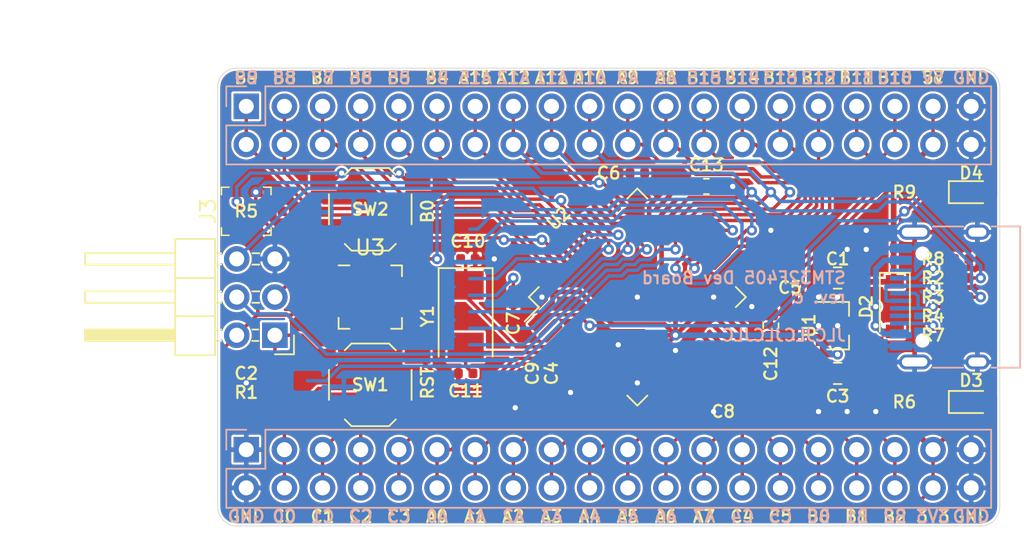
<source format=kicad_pcb>
(kicad_pcb (version 20171130) (host pcbnew 5.1.8+dfsg1-1)
  (title_block (title "STM32 Dev Board") (rev c) (company "Lars Boegild Thomsen") (comment 1 lbthomsen@gmail.com))
  (layers (0 F.Cu signal) (31 B.Cu signal) (34 B.Paste user) (35 F.Paste user) (36 B.SilkS user) (37 F.SilkS user) (38 B.Mask user) (39 F.Mask user) (44 Edge.Cuts user))
  (net 0 "")
  (net 1 GND)
  (net 2 VBUS)
  (net 3 "Net-(C13-Pad1)")
  (net 4 SD_DET)
  (net 5 SD_D2)
  (net 6 SD_D3)
  (net 7 SD_CMD)
  (net 8 SD_CLK)
  (net 9 SD_D0)
  (net 10 SD_D1)
  (net 11 PA1)
  (net 12 PA0)
  (net 13 PC6)
  (net 14 "Net-(C10-Pad1)")
  (net 15 "Net-(C12-Pad1)")
  (net 16 NRST)
  (net 17 BO0)
  (net 18 +3V3)
  (net 19 PA12)
  (net 20 PA11)
  (net 21 PA8)
  (net 22 PA7)
  (net 23 PA6)
  (net 24 PA5)
  (net 25 PA4)
  (net 26 PA3)
  (net 27 PA2)
  (net 28 PB9)
  (net 29 PB8)
  (net 30 PB7)
  (net 31 PB6)
  (net 32 PB4)
  (net 33 PA15)
  (net 34 PA10)
  (net 35 PA9)
  (net 36 PB15)
  (net 37 PB14)
  (net 38 PB13)
  (net 39 PB12)
  (net 40 PB11)
  (net 41 PB10)
  (net 42 PB2)
  (net 43 PB1)
  (net 44 PB0)
  (net 45 +5V)
  (net 46 "Net-(J1-PadB8)")
  (net 47 "Net-(J1-PadA5)")
  (net 48 "Net-(J1-PadA7)")
  (net 49 "Net-(J1-PadA6)")
  (net 50 "Net-(J1-PadA8)")
  (net 51 "Net-(J1-PadB5)")
  (net 52 SWO)
  (net 53 SWDIO)
  (net 54 SWCLK)
  (net 55 PB5)
  (net 56 PC3)
  (net 57 PC2)
  (net 58 PC1)
  (net 59 PC0)
  (net 60 PC5)
  (net 61 PC4)
  (net 62 PC13)
  (net 63 "Net-(U2-Pad4)")
  (net 64 "Net-(U2-Pad3)")
  (net 65 "Net-(C11-Pad1)")
  (net 66 "Net-(D3-Pad1)")
  (net 67 "Net-(D4-Pad1)")
  (net 68 "Net-(U3-Pad20)")
  (net 69 "Net-(U3-Pad19)")
  (net 70 "Net-(U3-Pad18)")
  (net 71 "Net-(U3-Pad17)")
  (net 72 "Net-(U3-Pad16)")
  (net 73 "Net-(U3-Pad15)")
  (net 74 "Net-(U3-Pad14)")
  (net 75 "Net-(U3-Pad13)")
  (net 76 "Net-(U3-Pad12)")
  (net 77 "Net-(U3-Pad11)")
  (net 78 "Net-(U3-Pad10)")
  (net 79 "Net-(U3-Pad9)")
  (net 80 "Net-(U3-Pad8)")
  (net 81 "Net-(U3-Pad7)")
  (net 82 "Net-(U3-Pad6)")
  (net 83 "Net-(U3-Pad5)")
  (net 84 "Net-(U3-Pad4)")
  (net 85 "Net-(U3-Pad3)")
  (net 86 "Net-(U3-Pad2)")
  (net 87 "Net-(U3-Pad1)")
  (net 88 "Net-(J3-Pad2)")
  (net 89 "Net-(J3-Pad1)")
  (module digikey-footprints:Coax_Conn_U.FL (layer F.Cu) (at 124.46 92.075 90)
    (fp_text reference J3 (at 0 -2.53 90) (layer F.SilkS))
    (fp_text value U_FL-R-SMT_10_)
    (pad 2 smd rect (at 0 1.5 90) (size 1 1.05) (layers F.Cu F.Paste F.Mask) (net 88 "Net-(J3-Pad2)"))
    (pad 1 smd rect (at -1.475 0 90) (size 1.05 2.2) (layers F.Cu F.Paste F.Mask) (net 89 "Net-(J3-Pad1)"))
    (pad 1 smd rect (at 1.475 0 90) (size 1.05 2.2) (layers F.Cu F.Paste F.Mask) (net 89 "Net-(J3-Pad1)"))
  )
  (module Package_DFN_QFN:QFN-20-1EP_4x4mm_P0.5mm_EP2.5x2.5mm (layer F.Cu) (at 132.715 97.79)
    (fp_text reference U3 (at 0 -3.3) (layer F.SilkS))
    (fp_text value NRF24L01)
    (pad 21 smd rect (at 0 0) (size 2.5 2.5) (layers F.Cu F.Mask))
    (pad 20 smd roundrect (at -1 -1.9375) (size 0.25 0.825) (layers F.Cu F.Paste F.Mask) (net 68 "Net-(U3-Pad20)"))
    (pad 19 smd roundrect (at -0.5 -1.9375) (size 0.25 0.825) (layers F.Cu F.Paste F.Mask) (net 69 "Net-(U3-Pad19)"))
    (pad 18 smd roundrect (at 0 -1.9375) (size 0.25 0.825) (layers F.Cu F.Paste F.Mask) (net 70 "Net-(U3-Pad18)"))
    (pad 17 smd roundrect (at 0.5 -1.9375) (size 0.25 0.825) (layers F.Cu F.Paste F.Mask) (net 71 "Net-(U3-Pad17)"))
    (pad 16 smd roundrect (at 1 -1.9375) (size 0.25 0.825) (layers F.Cu F.Paste F.Mask) (net 72 "Net-(U3-Pad16)"))
    (pad 15 smd roundrect (at 1.9375 -1) (size 0.825 0.25) (layers F.Cu F.Paste F.Mask) (net 73 "Net-(U3-Pad15)"))
    (pad 14 smd roundrect (at 1.9375 -0.5) (size 0.825 0.25) (layers F.Cu F.Paste F.Mask) (net 74 "Net-(U3-Pad14)"))
    (pad 13 smd roundrect (at 1.9375 0) (size 0.825 0.25) (layers F.Cu F.Paste F.Mask) (net 75 "Net-(U3-Pad13)"))
    (pad 12 smd roundrect (at 1.9375 0.5) (size 0.825 0.25) (layers F.Cu F.Paste F.Mask) (net 76 "Net-(U3-Pad12)"))
    (pad 11 smd roundrect (at 1.9375 1) (size 0.825 0.25) (layers F.Cu F.Paste F.Mask) (net 77 "Net-(U3-Pad11)"))
    (pad 10 smd roundrect (at 1 1.9375) (size 0.25 0.825) (layers F.Cu F.Paste F.Mask) (net 78 "Net-(U3-Pad10)"))
    (pad 9 smd roundrect (at 0.5 1.9375) (size 0.25 0.825) (layers F.Cu F.Paste F.Mask) (net 79 "Net-(U3-Pad9)"))
    (pad 8 smd roundrect (at 0 1.9375) (size 0.25 0.825) (layers F.Cu F.Paste F.Mask) (net 80 "Net-(U3-Pad8)"))
    (pad 7 smd roundrect (at -0.5 1.9375) (size 0.25 0.825) (layers F.Cu F.Paste F.Mask) (net 81 "Net-(U3-Pad7)"))
    (pad 6 smd roundrect (at -1 1.9375) (size 0.25 0.825) (layers F.Cu F.Paste F.Mask) (net 82 "Net-(U3-Pad6)"))
    (pad 5 smd roundrect (at -1.9375 1) (size 0.825 0.25) (layers F.Cu F.Paste F.Mask) (net 83 "Net-(U3-Pad5)"))
    (pad 4 smd roundrect (at -1.9375 0.5) (size 0.825 0.25) (layers F.Cu F.Paste F.Mask) (net 84 "Net-(U3-Pad4)"))
    (pad 3 smd roundrect (at -1.9375 0) (size 0.825 0.25) (layers F.Cu F.Paste F.Mask) (net 85 "Net-(U3-Pad3)"))
    (pad 2 smd roundrect (at -1.9375 -0.5) (size 0.825 0.25) (layers F.Cu F.Paste F.Mask) (net 86 "Net-(U3-Pad2)"))
    (pad 1 smd roundrect (at -1.9375 -1) (size 0.825 0.25) (layers F.Cu F.Paste F.Mask) (net 87 "Net-(U3-Pad1)"))
  )
  (module Capacitor_SMD:C_0603_1608Metric (layer F.Cu) (at 155.0925 90.424)
    (fp_text reference C13 (at 0 -1.43) (layer F.SilkS) (effects (font (size 0.8 0.8))))
    (fp_text value 2.2uF)
    (pad 2 smd roundrect (at 0.7875 0) (size 0.875 0.95) (layers F.Cu F.Paste F.Mask) (net 1 GND))
    (pad 1 smd roundrect (at -0.7875 0) (size 0.875 0.95) (layers F.Cu F.Paste F.Mask) (net 3 "Net-(C13-Pad1)"))
  )
  (module Capacitor_SMD:C_0603_1608Metric (layer F.Cu) (at 159.385 99.695 90)
    (fp_text reference C12 (at -2.54 0 90) (layer F.SilkS) (effects (font (size 0.8 0.8))))
    (fp_text value 2.2uF)
    (pad 2 smd roundrect (at 0.7875 0 90) (size 0.875 0.95) (layers F.Cu F.Paste F.Mask) (net 1 GND))
    (pad 1 smd roundrect (at -0.7875 0 90) (size 0.875 0.95) (layers F.Cu F.Paste F.Mask) (net 15 "Net-(C12-Pad1)"))
  )
  (module Capacitor_SMD:C_0402_1005Metric (layer F.Cu) (at 143.51 104.775 270)
    (fp_text reference C9 (at -1.905 0 270) (layer F.SilkS) (effects (font (size 0.8 0.8))))
    (fp_text value 10nF)
    (pad 2 smd roundrect (at 0.485 0 270) (size 0.59 0.64) (layers F.Cu F.Paste F.Mask) (net 1 GND))
    (pad 1 smd roundrect (at -0.485 0 270) (size 0.59 0.64) (layers F.Cu F.Paste F.Mask) (net 18 +3V3))
  )
  (module Connector_PinHeader_2.54mm:PinHeader_2x03_P2.54mm_Horizontal (layer F.Cu) (at 126.365 100.33 180)
    (fp_text reference J2 hide)
    (fp_text value ~)
    (pad 6 thru_hole oval (at 2.54 5.08 180) (size 1.7 1.7) (drill 1) (layers *.Cu *.Mask) (net 52 SWO))
    (pad 5 thru_hole oval (at 0 5.08 180) (size 1.7 1.7) (drill 1) (layers *.Cu *.Mask) (net 1 GND))
    (pad 4 thru_hole oval (at 2.54 2.54 180) (size 1.7 1.7) (drill 1) (layers *.Cu *.Mask) (net 53 SWDIO))
    (pad 3 thru_hole oval (at 0 2.54 180) (size 1.7 1.7) (drill 1) (layers *.Cu *.Mask) (net 54 SWCLK))
    (pad 2 thru_hole oval (at 2.54 0 180) (size 1.7 1.7) (drill 1) (layers *.Cu *.Mask) (net 18 +3V3))
    (pad 1 thru_hole rect (at 0 0 180) (size 1.7 1.7) (drill 1) (layers *.Cu *.Mask) (net 16 NRST))
  )
  (module Connector_PinHeader_2.54mm:PinHeader_2x20_P2.54mm_Vertical (layer B.Cu) (at 124.46 85.09 270)
    (fp_text reference J5 hide)
    (fp_text value ~)
    (pad 40 thru_hole oval (at 2.54 -48.26 270) (size 1.7 1.7) (drill 1) (layers *.Cu *.Mask) (net 1 GND))
    (pad 39 thru_hole oval (at 0 -48.26 270) (size 1.7 1.7) (drill 1) (layers *.Cu *.Mask) (net 1 GND))
    (pad 38 thru_hole oval (at 2.54 -45.72 270) (size 1.7 1.7) (drill 1) (layers *.Cu *.Mask) (net 45 +5V))
    (pad 37 thru_hole oval (at 0 -45.72 270) (size 1.7 1.7) (drill 1) (layers *.Cu *.Mask) (net 45 +5V))
    (pad 36 thru_hole oval (at 2.54 -43.18 270) (size 1.7 1.7) (drill 1) (layers *.Cu *.Mask) (net 41 PB10))
    (pad 35 thru_hole oval (at 0 -43.18 270) (size 1.7 1.7) (drill 1) (layers *.Cu *.Mask) (net 41 PB10))
    (pad 34 thru_hole oval (at 2.54 -40.64 270) (size 1.7 1.7) (drill 1) (layers *.Cu *.Mask) (net 40 PB11))
    (pad 33 thru_hole oval (at 0 -40.64 270) (size 1.7 1.7) (drill 1) (layers *.Cu *.Mask) (net 40 PB11))
    (pad 32 thru_hole oval (at 2.54 -38.1 270) (size 1.7 1.7) (drill 1) (layers *.Cu *.Mask) (net 39 PB12))
    (pad 31 thru_hole oval (at 0 -38.1 270) (size 1.7 1.7) (drill 1) (layers *.Cu *.Mask) (net 39 PB12))
    (pad 30 thru_hole oval (at 2.54 -35.56 270) (size 1.7 1.7) (drill 1) (layers *.Cu *.Mask) (net 38 PB13))
    (pad 29 thru_hole oval (at 0 -35.56 270) (size 1.7 1.7) (drill 1) (layers *.Cu *.Mask) (net 38 PB13))
    (pad 28 thru_hole oval (at 2.54 -33.02 270) (size 1.7 1.7) (drill 1) (layers *.Cu *.Mask) (net 37 PB14))
    (pad 27 thru_hole oval (at 0 -33.02 270) (size 1.7 1.7) (drill 1) (layers *.Cu *.Mask) (net 37 PB14))
    (pad 26 thru_hole oval (at 2.54 -30.48 270) (size 1.7 1.7) (drill 1) (layers *.Cu *.Mask) (net 36 PB15))
    (pad 25 thru_hole oval (at 0 -30.48 270) (size 1.7 1.7) (drill 1) (layers *.Cu *.Mask) (net 36 PB15))
    (pad 24 thru_hole oval (at 2.54 -27.94 270) (size 1.7 1.7) (drill 1) (layers *.Cu *.Mask) (net 21 PA8))
    (pad 23 thru_hole oval (at 0 -27.94 270) (size 1.7 1.7) (drill 1) (layers *.Cu *.Mask) (net 21 PA8))
    (pad 22 thru_hole oval (at 2.54 -25.4 270) (size 1.7 1.7) (drill 1) (layers *.Cu *.Mask) (net 35 PA9))
    (pad 21 thru_hole oval (at 0 -25.4 270) (size 1.7 1.7) (drill 1) (layers *.Cu *.Mask) (net 35 PA9))
    (pad 20 thru_hole oval (at 2.54 -22.86 270) (size 1.7 1.7) (drill 1) (layers *.Cu *.Mask) (net 34 PA10))
    (pad 19 thru_hole oval (at 0 -22.86 270) (size 1.7 1.7) (drill 1) (layers *.Cu *.Mask) (net 34 PA10))
    (pad 18 thru_hole oval (at 2.54 -20.32 270) (size 1.7 1.7) (drill 1) (layers *.Cu *.Mask) (net 20 PA11))
    (pad 17 thru_hole oval (at 0 -20.32 270) (size 1.7 1.7) (drill 1) (layers *.Cu *.Mask) (net 20 PA11))
    (pad 16 thru_hole oval (at 2.54 -17.78 270) (size 1.7 1.7) (drill 1) (layers *.Cu *.Mask) (net 19 PA12))
    (pad 15 thru_hole oval (at 0 -17.78 270) (size 1.7 1.7) (drill 1) (layers *.Cu *.Mask) (net 19 PA12))
    (pad 14 thru_hole oval (at 2.54 -15.24 270) (size 1.7 1.7) (drill 1) (layers *.Cu *.Mask) (net 33 PA15))
    (pad 13 thru_hole oval (at 0 -15.24 270) (size 1.7 1.7) (drill 1) (layers *.Cu *.Mask) (net 33 PA15))
    (pad 12 thru_hole oval (at 2.54 -12.7 270) (size 1.7 1.7) (drill 1) (layers *.Cu *.Mask) (net 32 PB4))
    (pad 11 thru_hole oval (at 0 -12.7 270) (size 1.7 1.7) (drill 1) (layers *.Cu *.Mask) (net 32 PB4))
    (pad 10 thru_hole oval (at 2.54 -10.16 270) (size 1.7 1.7) (drill 1) (layers *.Cu *.Mask) (net 55 PB5))
    (pad 9 thru_hole oval (at 0 -10.16 270) (size 1.7 1.7) (drill 1) (layers *.Cu *.Mask) (net 55 PB5))
    (pad 8 thru_hole oval (at 2.54 -7.62 270) (size 1.7 1.7) (drill 1) (layers *.Cu *.Mask) (net 31 PB6))
    (pad 7 thru_hole oval (at 0 -7.62 270) (size 1.7 1.7) (drill 1) (layers *.Cu *.Mask) (net 31 PB6))
    (pad 6 thru_hole oval (at 2.54 -5.08 270) (size 1.7 1.7) (drill 1) (layers *.Cu *.Mask) (net 30 PB7))
    (pad 5 thru_hole oval (at 0 -5.08 270) (size 1.7 1.7) (drill 1) (layers *.Cu *.Mask) (net 30 PB7))
    (pad 4 thru_hole oval (at 2.54 -2.54 270) (size 1.7 1.7) (drill 1) (layers *.Cu *.Mask) (net 29 PB8))
    (pad 3 thru_hole oval (at 0 -2.54 270) (size 1.7 1.7) (drill 1) (layers *.Cu *.Mask) (net 29 PB8))
    (pad 2 thru_hole oval (at 2.54 0 270) (size 1.7 1.7) (drill 1) (layers *.Cu *.Mask) (net 28 PB9))
    (pad 1 thru_hole rect (at 0 0 270) (size 1.7 1.7) (drill 1) (layers *.Cu *.Mask) (net 28 PB9))
  )
  (module Connector_PinHeader_2.54mm:PinHeader_2x20_P2.54mm_Vertical (layer B.Cu) (at 124.46 107.95 270)
    (fp_text reference J4 hide)
    (fp_text value ~)
    (pad 40 thru_hole oval (at 2.54 -48.26 270) (size 1.7 1.7) (drill 1) (layers *.Cu *.Mask) (net 1 GND))
    (pad 39 thru_hole oval (at 0 -48.26 270) (size 1.7 1.7) (drill 1) (layers *.Cu *.Mask) (net 1 GND))
    (pad 38 thru_hole oval (at 2.54 -45.72 270) (size 1.7 1.7) (drill 1) (layers *.Cu *.Mask) (net 18 +3V3))
    (pad 37 thru_hole oval (at 0 -45.72 270) (size 1.7 1.7) (drill 1) (layers *.Cu *.Mask) (net 18 +3V3))
    (pad 36 thru_hole oval (at 2.54 -43.18 270) (size 1.7 1.7) (drill 1) (layers *.Cu *.Mask) (net 42 PB2))
    (pad 35 thru_hole oval (at 0 -43.18 270) (size 1.7 1.7) (drill 1) (layers *.Cu *.Mask) (net 42 PB2))
    (pad 34 thru_hole oval (at 2.54 -40.64 270) (size 1.7 1.7) (drill 1) (layers *.Cu *.Mask) (net 43 PB1))
    (pad 33 thru_hole oval (at 0 -40.64 270) (size 1.7 1.7) (drill 1) (layers *.Cu *.Mask) (net 43 PB1))
    (pad 32 thru_hole oval (at 2.54 -38.1 270) (size 1.7 1.7) (drill 1) (layers *.Cu *.Mask) (net 44 PB0))
    (pad 31 thru_hole oval (at 0 -38.1 270) (size 1.7 1.7) (drill 1) (layers *.Cu *.Mask) (net 44 PB0))
    (pad 30 thru_hole oval (at 2.54 -35.56 270) (size 1.7 1.7) (drill 1) (layers *.Cu *.Mask) (net 60 PC5))
    (pad 29 thru_hole oval (at 0 -35.56 270) (size 1.7 1.7) (drill 1) (layers *.Cu *.Mask) (net 60 PC5))
    (pad 28 thru_hole oval (at 2.54 -33.02 270) (size 1.7 1.7) (drill 1) (layers *.Cu *.Mask) (net 61 PC4))
    (pad 27 thru_hole oval (at 0 -33.02 270) (size 1.7 1.7) (drill 1) (layers *.Cu *.Mask) (net 61 PC4))
    (pad 26 thru_hole oval (at 2.54 -30.48 270) (size 1.7 1.7) (drill 1) (layers *.Cu *.Mask) (net 22 PA7))
    (pad 25 thru_hole oval (at 0 -30.48 270) (size 1.7 1.7) (drill 1) (layers *.Cu *.Mask) (net 22 PA7))
    (pad 24 thru_hole oval (at 2.54 -27.94 270) (size 1.7 1.7) (drill 1) (layers *.Cu *.Mask) (net 23 PA6))
    (pad 23 thru_hole oval (at 0 -27.94 270) (size 1.7 1.7) (drill 1) (layers *.Cu *.Mask) (net 23 PA6))
    (pad 22 thru_hole oval (at 2.54 -25.4 270) (size 1.7 1.7) (drill 1) (layers *.Cu *.Mask) (net 24 PA5))
    (pad 21 thru_hole oval (at 0 -25.4 270) (size 1.7 1.7) (drill 1) (layers *.Cu *.Mask) (net 24 PA5))
    (pad 20 thru_hole oval (at 2.54 -22.86 270) (size 1.7 1.7) (drill 1) (layers *.Cu *.Mask) (net 25 PA4))
    (pad 19 thru_hole oval (at 0 -22.86 270) (size 1.7 1.7) (drill 1) (layers *.Cu *.Mask) (net 25 PA4))
    (pad 18 thru_hole oval (at 2.54 -20.32 270) (size 1.7 1.7) (drill 1) (layers *.Cu *.Mask) (net 26 PA3))
    (pad 17 thru_hole oval (at 0 -20.32 270) (size 1.7 1.7) (drill 1) (layers *.Cu *.Mask) (net 26 PA3))
    (pad 16 thru_hole oval (at 2.54 -17.78 270) (size 1.7 1.7) (drill 1) (layers *.Cu *.Mask) (net 27 PA2))
    (pad 15 thru_hole oval (at 0 -17.78 270) (size 1.7 1.7) (drill 1) (layers *.Cu *.Mask) (net 27 PA2))
    (pad 14 thru_hole oval (at 2.54 -15.24 270) (size 1.7 1.7) (drill 1) (layers *.Cu *.Mask) (net 11 PA1))
    (pad 13 thru_hole oval (at 0 -15.24 270) (size 1.7 1.7) (drill 1) (layers *.Cu *.Mask) (net 11 PA1))
    (pad 12 thru_hole oval (at 2.54 -12.7 270) (size 1.7 1.7) (drill 1) (layers *.Cu *.Mask) (net 12 PA0))
    (pad 11 thru_hole oval (at 0 -12.7 270) (size 1.7 1.7) (drill 1) (layers *.Cu *.Mask) (net 12 PA0))
    (pad 10 thru_hole oval (at 2.54 -10.16 270) (size 1.7 1.7) (drill 1) (layers *.Cu *.Mask) (net 56 PC3))
    (pad 9 thru_hole oval (at 0 -10.16 270) (size 1.7 1.7) (drill 1) (layers *.Cu *.Mask) (net 56 PC3))
    (pad 8 thru_hole oval (at 2.54 -7.62 270) (size 1.7 1.7) (drill 1) (layers *.Cu *.Mask) (net 57 PC2))
    (pad 7 thru_hole oval (at 0 -7.62 270) (size 1.7 1.7) (drill 1) (layers *.Cu *.Mask) (net 57 PC2))
    (pad 6 thru_hole oval (at 2.54 -5.08 270) (size 1.7 1.7) (drill 1) (layers *.Cu *.Mask) (net 58 PC1))
    (pad 5 thru_hole oval (at 0 -5.08 270) (size 1.7 1.7) (drill 1) (layers *.Cu *.Mask) (net 58 PC1))
    (pad 4 thru_hole oval (at 2.54 -2.54 270) (size 1.7 1.7) (drill 1) (layers *.Cu *.Mask) (net 59 PC0))
    (pad 3 thru_hole oval (at 0 -2.54 270) (size 1.7 1.7) (drill 1) (layers *.Cu *.Mask) (net 59 PC0))
    (pad 2 thru_hole oval (at 2.54 0 270) (size 1.7 1.7) (drill 1) (layers *.Cu *.Mask) (net 1 GND))
    (pad 1 thru_hole rect (at 0 0 270) (size 1.7 1.7) (drill 1) (layers *.Cu *.Mask) (net 1 GND))
  )
  (module Button_Switch_SMD:SW_SPST_TL3342 (layer F.Cu) (at 132.715 91.948 180)
    (fp_text reference SW2 (at 0 0) (layer F.SilkS) (effects (font (size 0.8 0.8))))
    (fp_text value ~)
    (pad 2 smd rect (at 3.15 1.9 180) (size 1.7 1) (layers F.Cu F.Paste F.Mask) (net 18 +3V3))
    (pad 2 smd rect (at -3.15 1.9 180) (size 1.7 1) (layers F.Cu F.Paste F.Mask) (net 18 +3V3))
    (pad 1 smd rect (at 3.15 -1.9 180) (size 1.7 1) (layers F.Cu F.Paste F.Mask) (net 17 BO0))
    (pad 1 smd rect (at -3.15 -1.9 180) (size 1.7 1) (layers F.Cu F.Paste F.Mask) (net 17 BO0))
  )
  (module Button_Switch_SMD:SW_SPST_TL3342 (layer F.Cu) (at 132.715 103.632 180)
    (fp_text reference SW1 (at 0 0) (layer F.SilkS) (effects (font (size 0.8 0.8))))
    (fp_text value ~)
    (pad 2 smd rect (at 3.15 1.9 180) (size 1.7 1) (layers F.Cu F.Paste F.Mask) (net 16 NRST))
    (pad 2 smd rect (at -3.15 1.9 180) (size 1.7 1) (layers F.Cu F.Paste F.Mask) (net 16 NRST))
    (pad 1 smd rect (at 3.15 -1.9 180) (size 1.7 1) (layers F.Cu F.Paste F.Mask) (net 1 GND))
    (pad 1 smd rect (at -3.15 -1.9 180) (size 1.7 1) (layers F.Cu F.Paste F.Mask) (net 1 GND))
  )
  (module Resistor_SMD:R_0402_1005Metric (layer F.Cu) (at 172.085 95.25)
    (fp_text reference R8 (at -1.905 0) (layer F.SilkS) (effects (font (size 0.8 0.8))))
    (fp_text value 5.1k)
    (pad 2 smd roundrect (at 0.485 0) (size 0.59 0.64) (layers F.Cu F.Paste F.Mask) (net 1 GND))
    (pad 1 smd roundrect (at -0.485 0) (size 0.59 0.64) (layers F.Cu F.Paste F.Mask) (net 47 "Net-(J1-PadA5)"))
  )
  (module Resistor_SMD:R_0402_1005Metric (layer F.Cu) (at 170.18 90.805 180)
    (fp_text reference R9 (at 1.905 0) (layer F.SilkS) (effects (font (size 0.8 0.8))))
    (fp_text value 1k)
    (pad 2 smd roundrect (at 0.485 0 180) (size 0.59 0.64) (layers F.Cu F.Paste F.Mask) (net 62 PC13))
    (pad 1 smd roundrect (at -0.485 0 180) (size 0.59 0.64) (layers F.Cu F.Paste F.Mask) (net 67 "Net-(D4-Pad1)"))
  )
  (module Resistor_SMD:R_0402_1005Metric (layer F.Cu) (at 172.085 100.33)
    (fp_text reference R7 (at -1.905 0) (layer F.SilkS) (effects (font (size 0.8 0.8))))
    (fp_text value 5.1k)
    (pad 2 smd roundrect (at 0.485 0) (size 0.59 0.64) (layers F.Cu F.Paste F.Mask) (net 1 GND))
    (pad 1 smd roundrect (at -0.485 0) (size 0.59 0.64) (layers F.Cu F.Paste F.Mask) (net 51 "Net-(J1-PadB5)"))
  )
  (module Resistor_SMD:R_0402_1005Metric (layer F.Cu) (at 170.18 104.775 180)
    (fp_text reference R6 (at 1.905 0) (layer F.SilkS) (effects (font (size 0.8 0.8))))
    (fp_text value 1k)
    (pad 2 smd roundrect (at 0.485 0 180) (size 0.59 0.64) (layers F.Cu F.Paste F.Mask) (net 1 GND))
    (pad 1 smd roundrect (at -0.485 0 180) (size 0.59 0.64) (layers F.Cu F.Paste F.Mask) (net 66 "Net-(D3-Pad1)"))
  )
  (module Resistor_SMD:R_0402_1005Metric (layer F.Cu) (at 172.085 99.06)
    (fp_text reference R4 (at -1.905 0) (layer F.SilkS) (effects (font (size 0.8 0.8))))
    (fp_text value 1.5k)
    (pad 2 smd roundrect (at 0.485 0) (size 0.59 0.64) (layers F.Cu F.Paste F.Mask) (net 18 +3V3))
    (pad 1 smd roundrect (at -0.485 0) (size 0.59 0.64) (layers F.Cu F.Paste F.Mask) (net 49 "Net-(J1-PadA6)"))
  )
  (module Resistor_SMD:R_0402_1005Metric (layer F.Cu) (at 172.085 97.79)
    (fp_text reference R3 (at -1.905 0) (layer F.SilkS) (effects (font (size 0.8 0.8))))
    (fp_text value 22R)
    (pad 2 smd roundrect (at 0.485 0) (size 0.59 0.64) (layers F.Cu F.Paste F.Mask) (net 19 PA12))
    (pad 1 smd roundrect (at -0.485 0) (size 0.59 0.64) (layers F.Cu F.Paste F.Mask) (net 49 "Net-(J1-PadA6)"))
  )
  (module Resistor_SMD:R_0402_1005Metric (layer F.Cu) (at 172.085 96.52)
    (fp_text reference R2 (at -1.905 0) (layer F.SilkS) (effects (font (size 0.8 0.8))))
    (fp_text value 22R)
    (pad 2 smd roundrect (at 0.485 0) (size 0.59 0.64) (layers F.Cu F.Paste F.Mask) (net 20 PA11))
    (pad 1 smd roundrect (at -0.485 0) (size 0.59 0.64) (layers F.Cu F.Paste F.Mask) (net 48 "Net-(J1-PadA7)"))
  )
  (module Resistor_SMD:R_0402_1005Metric (layer F.Cu) (at 126.365 92.075 180)
    (fp_text reference R5 (at 1.905 0) (layer F.SilkS) (effects (font (size 0.8 0.8))))
    (fp_text value NM)
    (pad 2 smd roundrect (at 0.485 0 180) (size 0.59 0.64) (layers F.Cu F.Paste F.Mask) (net 1 GND))
    (pad 1 smd roundrect (at -0.485 0 180) (size 0.59 0.64) (layers F.Cu F.Paste F.Mask) (net 17 BO0))
  )
  (module Resistor_SMD:R_0402_1005Metric (layer F.Cu) (at 126.365 104.14)
    (fp_text reference R1 (at -1.905 0) (layer F.SilkS) (effects (font (size 0.8 0.8))))
    (fp_text value NM)
    (pad 2 smd roundrect (at 0.485 0) (size 0.59 0.64) (layers F.Cu F.Paste F.Mask) (net 16 NRST))
    (pad 1 smd roundrect (at -0.485 0) (size 0.59 0.64) (layers F.Cu F.Paste F.Mask) (net 18 +3V3))
  )
  (module Connector_USB:USB_C_Receptacle_HRO_TYPE-C-31-M-12 (layer B.Cu) (at 172.085 97.79 270)
    (fp_text reference J1 hide)
    (fp_text value USB_C_Receptacle_USB2.0)
    (pad B1 smd rect (at 3.25 4.045 270) (size 0.6 1.45) (layers B.Cu B.Paste B.Mask) (net 1 GND))
    (pad A9 smd rect (at 2.45 4.045 270) (size 0.6 1.45) (layers B.Cu B.Paste B.Mask) (net 2 VBUS))
    (pad B9 smd rect (at -2.45 4.045 270) (size 0.6 1.45) (layers B.Cu B.Paste B.Mask) (net 2 VBUS))
    (pad B12 smd rect (at -3.25 4.045 270) (size 0.6 1.45) (layers B.Cu B.Paste B.Mask) (net 1 GND))
    (pad A1 smd rect (at -3.25 4.045 270) (size 0.6 1.45) (layers B.Cu B.Paste B.Mask) (net 1 GND))
    (pad A4 smd rect (at -2.45 4.045 270) (size 0.6 1.45) (layers B.Cu B.Paste B.Mask) (net 2 VBUS))
    (pad B4 smd rect (at 2.45 4.045 270) (size 0.6 1.45) (layers B.Cu B.Paste B.Mask) (net 2 VBUS))
    (pad A12 smd rect (at 3.25 4.045 270) (size 0.6 1.45) (layers B.Cu B.Paste B.Mask) (net 1 GND))
    (pad B8 smd rect (at -1.75 4.045 270) (size 0.3 1.45) (layers B.Cu B.Paste B.Mask) (net 46 "Net-(J1-PadB8)"))
    (pad A5 smd rect (at -1.25 4.045 270) (size 0.3 1.45) (layers B.Cu B.Paste B.Mask) (net 47 "Net-(J1-PadA5)"))
    (pad B7 smd rect (at -0.75 4.045 270) (size 0.3 1.45) (layers B.Cu B.Paste B.Mask) (net 48 "Net-(J1-PadA7)"))
    (pad A7 smd rect (at 0.25 4.045 270) (size 0.3 1.45) (layers B.Cu B.Paste B.Mask) (net 48 "Net-(J1-PadA7)"))
    (pad B6 smd rect (at 0.75 4.045 270) (size 0.3 1.45) (layers B.Cu B.Paste B.Mask) (net 49 "Net-(J1-PadA6)"))
    (pad A8 smd rect (at 1.25 4.045 270) (size 0.3 1.45) (layers B.Cu B.Paste B.Mask) (net 50 "Net-(J1-PadA8)"))
    (pad B5 smd rect (at 1.75 4.045 270) (size 0.3 1.45) (layers B.Cu B.Paste B.Mask) (net 51 "Net-(J1-PadB5)"))
    (pad A6 smd rect (at -0.25 4.045 270) (size 0.3 1.45) (layers B.Cu B.Paste B.Mask) (net 49 "Net-(J1-PadA6)"))
    (pad S1 thru_hole oval (at 4.32 3.13 270) (size 1 2.1) (drill oval 0.6 1.7) (layers *.Cu *.Mask) (net 1 GND))
    (pad S1 thru_hole oval (at -4.32 3.13 270) (size 1 2.1) (drill oval 0.6 1.7) (layers *.Cu *.Mask) (net 1 GND))
    (pad "" np_thru_hole circle (at -2.89 2.6 270) (size 0.65 0.65) (drill 0.65) (layers *.Cu *.Mask))
    (pad S1 thru_hole oval (at -4.32 -1.05 270) (size 1 1.6) (drill oval 0.6 1.2) (layers *.Cu *.Mask) (net 1 GND))
    (pad "" np_thru_hole circle (at 2.89 2.6 270) (size 0.65 0.65) (drill 0.65) (layers *.Cu *.Mask))
    (pad S1 thru_hole oval (at 4.32 -1.05 270) (size 1 1.6) (drill oval 0.6 1.2) (layers *.Cu *.Mask) (net 1 GND))
  )
  (module LED_SMD:LED_0603_1608Metric (layer F.Cu) (at 172.72 90.805)
    (fp_text reference D4 (at 0 -1.27) (layer F.SilkS) (effects (font (size 0.8 0.8))))
    (fp_text value BLUE)
    (pad 2 smd roundrect (at 0.7875 0) (size 0.875 0.95) (layers F.Cu F.Paste F.Mask) (net 18 +3V3))
    (pad 1 smd roundrect (at -0.7875 0) (size 0.875 0.95) (layers F.Cu F.Paste F.Mask) (net 67 "Net-(D4-Pad1)"))
  )
  (module Diode_SMD:D_SOD-123 (layer F.Cu) (at 167.64 98.425 270)
    (fp_text reference D2 (at 0 1.905 90) (layer F.SilkS) (effects (font (size 0.8 0.8))))
    (fp_text value ~)
    (pad 2 smd rect (at 1.65 0 270) (size 0.9 1.2) (layers F.Cu F.Paste F.Mask) (net 2 VBUS))
    (pad 1 smd rect (at -1.65 0 270) (size 0.9 1.2) (layers F.Cu F.Paste F.Mask) (net 45 +5V))
  )
  (module LED_SMD:LED_0603_1608Metric (layer F.Cu) (at 172.72 104.775)
    (fp_text reference D3 (at 0 -1.43) (layer F.SilkS) (effects (font (size 0.8 0.8))))
    (fp_text value YEL)
    (pad 2 smd roundrect (at 0.7875 0) (size 0.875 0.95) (layers F.Cu F.Paste F.Mask) (net 18 +3V3))
    (pad 1 smd roundrect (at -0.7875 0) (size 0.875 0.95) (layers F.Cu F.Paste F.Mask) (net 66 "Net-(D3-Pad1)"))
  )
  (module Capacitor_SMD:C_0402_1005Metric (layer F.Cu) (at 126.365 102.87 180)
    (fp_text reference C2 (at 1.905 0) (layer F.SilkS) (effects (font (size 0.8 0.8))))
    (fp_text value 100nF)
    (pad 2 smd roundrect (at 0.485 0 180) (size 0.59 0.64) (layers F.Cu F.Paste F.Mask) (net 1 GND))
    (pad 1 smd roundrect (at -0.485 0 180) (size 0.59 0.64) (layers F.Cu F.Paste F.Mask) (net 16 NRST))
  )
  (module Capacitor_SMD:C_0402_1005Metric (layer F.Cu) (at 144.78 104.775 270)
    (fp_text reference C4 (at -1.905 0 270) (layer F.SilkS) (effects (font (size 0.8 0.8))))
    (fp_text value 1uF)
    (pad 2 smd roundrect (at 0.485 0 270) (size 0.59 0.64) (layers F.Cu F.Paste F.Mask) (net 1 GND))
    (pad 1 smd roundrect (at -0.485 0 270) (size 0.59 0.64) (layers F.Cu F.Paste F.Mask) (net 18 +3V3))
  )
  (module Crystal:Crystal_SMD_Abracon_ABM3-2Pin_5.0x3.2mm (layer F.Cu) (at 139.065 99.06 270)
    (fp_text reference Y1 (at 0 2.54 90) (layer F.SilkS) (effects (font (size 0.8 0.8))))
    (fp_text value "8 MHz")
    (pad 2 smd rect (at 2.05 0 270) (size 1.9 2.4) (layers F.Cu F.Paste F.Mask) (net 65 "Net-(C11-Pad1)"))
    (pad 1 smd rect (at -2.05 0 270) (size 1.9 2.4) (layers F.Cu F.Paste F.Mask) (net 14 "Net-(C10-Pad1)"))
  )
  (module Package_TO_SOT_SMD:SOT-23 (layer F.Cu) (at 163.83 99.695)
    (fp_text reference U1 (at -1.905 0 90) (layer F.SilkS) (effects (font (size 0.8 0.8))))
    (fp_text value XC6206P332MR)
    (pad 3 smd rect (at 1 0) (size 0.9 0.8) (layers F.Cu F.Paste F.Mask) (net 45 +5V))
    (pad 2 smd rect (at -1 0.95) (size 0.9 0.8) (layers F.Cu F.Paste F.Mask) (net 18 +3V3))
    (pad 1 smd rect (at -1 -0.95) (size 0.9 0.8) (layers F.Cu F.Paste F.Mask) (net 1 GND))
  )
  (module Capacitor_SMD:C_0402_1005Metric (layer F.Cu) (at 139.065 102.87 180)
    (fp_text reference C11 (at 0 -1.17) (layer F.SilkS) (effects (font (size 0.8 0.8))))
    (fp_text value 20pF)
    (pad 2 smd roundrect (at 0.485 0 180) (size 0.59 0.64) (layers F.Cu F.Paste F.Mask) (net 1 GND))
    (pad 1 smd roundrect (at -0.485 0 180) (size 0.59 0.64) (layers F.Cu F.Paste F.Mask) (net 65 "Net-(C11-Pad1)"))
  )
  (module Capacitor_SMD:C_0402_1005Metric (layer F.Cu) (at 139.215 95.25)
    (fp_text reference C10 (at 0 -1.17) (layer F.SilkS) (effects (font (size 0.8 0.8))))
    (fp_text value 20pF)
    (pad 2 smd roundrect (at 0.485 0) (size 0.59 0.64) (layers F.Cu F.Paste F.Mask) (net 1 GND))
    (pad 1 smd roundrect (at -0.485 0) (size 0.59 0.64) (layers F.Cu F.Paste F.Mask) (net 14 "Net-(C10-Pad1)"))
  )
  (module Capacitor_SMD:C_0402_1005Metric (layer F.Cu) (at 154.305 105.41)
    (fp_text reference C8 (at 1.905 0) (layer F.SilkS) (effects (font (size 0.8 0.8))))
    (fp_text value 100nF)
    (pad 2 smd roundrect (at 0.485 0) (size 0.59 0.64) (layers F.Cu F.Paste F.Mask) (net 1 GND))
    (pad 1 smd roundrect (at -0.485 0) (size 0.59 0.64) (layers F.Cu F.Paste F.Mask) (net 18 +3V3))
  )
  (module Capacitor_SMD:C_0402_1005Metric (layer F.Cu) (at 142.24 97.79 270)
    (fp_text reference C7 (at 1.755 0 270) (layer F.SilkS) (effects (font (size 0.8 0.8))))
    (fp_text value 100nF)
    (pad 2 smd roundrect (at 0.485 0 270) (size 0.59 0.64) (layers F.Cu F.Paste F.Mask) (net 1 GND))
    (pad 1 smd roundrect (at -0.485 0 270) (size 0.59 0.64) (layers F.Cu F.Paste F.Mask) (net 18 +3V3))
  )
  (module Capacitor_SMD:C_0402_1005Metric (layer F.Cu) (at 150.495 89.535 180)
    (fp_text reference C6 (at 1.905 0) (layer F.SilkS) (effects (font (size 0.8 0.8))))
    (fp_text value 100nF)
    (pad 2 smd roundrect (at 0.485 0 180) (size 0.59 0.64) (layers F.Cu F.Paste F.Mask) (net 1 GND))
    (pad 1 smd roundrect (at -0.485 0 180) (size 0.59 0.64) (layers F.Cu F.Paste F.Mask) (net 18 +3V3))
  )
  (module Capacitor_SMD:C_0402_1005Metric (layer F.Cu) (at 158.75 97.155)
    (fp_text reference C5 (at 1.905 0) (layer F.SilkS) (effects (font (size 0.8 0.8))))
    (fp_text value 100nF)
    (pad 2 smd roundrect (at 0.485 0) (size 0.59 0.64) (layers F.Cu F.Paste F.Mask) (net 1 GND))
    (pad 1 smd roundrect (at -0.485 0) (size 0.59 0.64) (layers F.Cu F.Paste F.Mask) (net 18 +3V3))
  )
  (module Capacitor_SMD:C_0805_2012Metric (layer F.Cu) (at 163.83 102.87)
    (fp_text reference C3 (at 0 1.524) (layer F.SilkS) (effects (font (size 0.8 0.8))))
    (fp_text value 10uF)
    (pad 2 smd roundrect (at 0.9375 0) (size 0.975 1.4) (layers F.Cu F.Paste F.Mask) (net 1 GND))
    (pad 1 smd roundrect (at -0.9375 0) (size 0.975 1.4) (layers F.Cu F.Paste F.Mask) (net 18 +3V3))
  )
  (module Capacitor_SMD:C_0805_2012Metric (layer F.Cu) (at 163.83 96.52 180)
    (fp_text reference C1 (at 0 1.27 180) (layer F.SilkS) (effects (font (size 0.8 0.8))))
    (fp_text value 10uF)
    (pad 2 smd roundrect (at 0.9375 0 180) (size 0.975 1.4) (layers F.Cu F.Paste F.Mask) (net 1 GND))
    (pad 1 smd roundrect (at -0.9375 0 180) (size 0.975 1.4) (layers F.Cu F.Paste F.Mask) (net 45 +5V))
  )
  (module Package_QFP:LQFP-64_10x10mm_P0.5mm (layer F.Cu) (at 150.495 97.79 45)
    (fp_text reference U2 (at 0 -7.4 45) (layer F.SilkS) (effects (font (size 0.8 0.8))))
    (fp_text value STM32F405RGTx)
    (pad 64 smd roundrect (at -3.75 -5.675 45) (size 0.3 1.55) (layers F.Cu F.Paste F.Mask) (net 18 +3V3))
    (pad 63 smd roundrect (at -3.25 -5.675 45) (size 0.3 1.55) (layers F.Cu F.Paste F.Mask) (net 1 GND))
    (pad 62 smd roundrect (at -2.75 -5.675 45) (size 0.3 1.55) (layers F.Cu F.Paste F.Mask) (net 28 PB9))
    (pad 61 smd roundrect (at -2.25 -5.675 45) (size 0.3 1.55) (layers F.Cu F.Paste F.Mask) (net 29 PB8))
    (pad 60 smd roundrect (at -1.75 -5.675 45) (size 0.3 1.55) (layers F.Cu F.Paste F.Mask) (net 17 BO0))
    (pad 59 smd roundrect (at -1.25 -5.675 45) (size 0.3 1.55) (layers F.Cu F.Paste F.Mask) (net 30 PB7))
    (pad 58 smd roundrect (at -0.75 -5.675 45) (size 0.3 1.55) (layers F.Cu F.Paste F.Mask) (net 31 PB6))
    (pad 57 smd roundrect (at -0.25 -5.675 45) (size 0.3 1.55) (layers F.Cu F.Paste F.Mask) (net 55 PB5))
    (pad 56 smd roundrect (at 0.25 -5.675 45) (size 0.3 1.55) (layers F.Cu F.Paste F.Mask) (net 32 PB4))
    (pad 55 smd roundrect (at 0.75 -5.675 45) (size 0.3 1.55) (layers F.Cu F.Paste F.Mask) (net 52 SWO))
    (pad 54 smd roundrect (at 1.25 -5.675 45) (size 0.3 1.55) (layers F.Cu F.Paste F.Mask) (net 7 SD_CMD))
    (pad 53 smd roundrect (at 1.75 -5.675 45) (size 0.3 1.55) (layers F.Cu F.Paste F.Mask) (net 8 SD_CLK))
    (pad 52 smd roundrect (at 2.25 -5.675 45) (size 0.3 1.55) (layers F.Cu F.Paste F.Mask) (net 6 SD_D3))
    (pad 51 smd roundrect (at 2.75 -5.675 45) (size 0.3 1.55) (layers F.Cu F.Paste F.Mask) (net 5 SD_D2))
    (pad 50 smd roundrect (at 3.25 -5.675 45) (size 0.3 1.55) (layers F.Cu F.Paste F.Mask) (net 33 PA15))
    (pad 49 smd roundrect (at 3.75 -5.675 45) (size 0.3 1.55) (layers F.Cu F.Paste F.Mask) (net 54 SWCLK))
    (pad 48 smd roundrect (at 5.675 -3.75 45) (size 1.55 0.3) (layers F.Cu F.Paste F.Mask) (net 18 +3V3))
    (pad 47 smd roundrect (at 5.675 -3.25 45) (size 1.55 0.3) (layers F.Cu F.Paste F.Mask) (net 3 "Net-(C13-Pad1)"))
    (pad 46 smd roundrect (at 5.675 -2.75 45) (size 1.55 0.3) (layers F.Cu F.Paste F.Mask) (net 53 SWDIO))
    (pad 45 smd roundrect (at 5.675 -2.25 45) (size 1.55 0.3) (layers F.Cu F.Paste F.Mask) (net 19 PA12))
    (pad 44 smd roundrect (at 5.675 -1.75 45) (size 1.55 0.3) (layers F.Cu F.Paste F.Mask) (net 20 PA11))
    (pad 43 smd roundrect (at 5.675 -1.25 45) (size 1.55 0.3) (layers F.Cu F.Paste F.Mask) (net 34 PA10))
    (pad 42 smd roundrect (at 5.675 -0.75 45) (size 1.55 0.3) (layers F.Cu F.Paste F.Mask) (net 35 PA9))
    (pad 41 smd roundrect (at 5.675 -0.25 45) (size 1.55 0.3) (layers F.Cu F.Paste F.Mask) (net 21 PA8))
    (pad 40 smd roundrect (at 5.675 0.25 45) (size 1.55 0.3) (layers F.Cu F.Paste F.Mask) (net 10 SD_D1))
    (pad 39 smd roundrect (at 5.675 0.75 45) (size 1.55 0.3) (layers F.Cu F.Paste F.Mask) (net 9 SD_D0))
    (pad 38 smd roundrect (at 5.675 1.25 45) (size 1.55 0.3) (layers F.Cu F.Paste F.Mask) (net 4 SD_DET))
    (pad 37 smd roundrect (at 5.675 1.75 45) (size 1.55 0.3) (layers F.Cu F.Paste F.Mask) (net 13 PC6))
    (pad 36 smd roundrect (at 5.675 2.25 45) (size 1.55 0.3) (layers F.Cu F.Paste F.Mask) (net 36 PB15))
    (pad 35 smd roundrect (at 5.675 2.75 45) (size 1.55 0.3) (layers F.Cu F.Paste F.Mask) (net 37 PB14))
    (pad 34 smd roundrect (at 5.675 3.25 45) (size 1.55 0.3) (layers F.Cu F.Paste F.Mask) (net 38 PB13))
    (pad 33 smd roundrect (at 5.675 3.75 45) (size 1.55 0.3) (layers F.Cu F.Paste F.Mask) (net 39 PB12))
    (pad 32 smd roundrect (at 3.75 5.675 45) (size 0.3 1.55) (layers F.Cu F.Paste F.Mask) (net 18 +3V3))
    (pad 31 smd roundrect (at 3.25 5.675 45) (size 0.3 1.55) (layers F.Cu F.Paste F.Mask) (net 15 "Net-(C12-Pad1)"))
    (pad 30 smd roundrect (at 2.75 5.675 45) (size 0.3 1.55) (layers F.Cu F.Paste F.Mask) (net 40 PB11))
    (pad 29 smd roundrect (at 2.25 5.675 45) (size 0.3 1.55) (layers F.Cu F.Paste F.Mask) (net 41 PB10))
    (pad 28 smd roundrect (at 1.75 5.675 45) (size 0.3 1.55) (layers F.Cu F.Paste F.Mask) (net 42 PB2))
    (pad 27 smd roundrect (at 1.25 5.675 45) (size 0.3 1.55) (layers F.Cu F.Paste F.Mask) (net 43 PB1))
    (pad 26 smd roundrect (at 0.75 5.675 45) (size 0.3 1.55) (layers F.Cu F.Paste F.Mask) (net 44 PB0))
    (pad 25 smd roundrect (at 0.25 5.675 45) (size 0.3 1.55) (layers F.Cu F.Paste F.Mask) (net 60 PC5))
    (pad 24 smd roundrect (at -0.25 5.675 45) (size 0.3 1.55) (layers F.Cu F.Paste F.Mask) (net 61 PC4))
    (pad 23 smd roundrect (at -0.75 5.675 45) (size 0.3 1.55) (layers F.Cu F.Paste F.Mask) (net 22 PA7))
    (pad 22 smd roundrect (at -1.25 5.675 45) (size 0.3 1.55) (layers F.Cu F.Paste F.Mask) (net 23 PA6))
    (pad 21 smd roundrect (at -1.75 5.675 45) (size 0.3 1.55) (layers F.Cu F.Paste F.Mask) (net 24 PA5))
    (pad 20 smd roundrect (at -2.25 5.675 45) (size 0.3 1.55) (layers F.Cu F.Paste F.Mask) (net 25 PA4))
    (pad 19 smd roundrect (at -2.75 5.675 45) (size 0.3 1.55) (layers F.Cu F.Paste F.Mask) (net 18 +3V3))
    (pad 18 smd roundrect (at -3.25 5.675 45) (size 0.3 1.55) (layers F.Cu F.Paste F.Mask) (net 1 GND))
    (pad 17 smd roundrect (at -3.75 5.675 45) (size 0.3 1.55) (layers F.Cu F.Paste F.Mask) (net 26 PA3))
    (pad 16 smd roundrect (at -5.675 3.75 45) (size 1.55 0.3) (layers F.Cu F.Paste F.Mask) (net 27 PA2))
    (pad 15 smd roundrect (at -5.675 3.25 45) (size 1.55 0.3) (layers F.Cu F.Paste F.Mask) (net 11 PA1))
    (pad 14 smd roundrect (at -5.675 2.75 45) (size 1.55 0.3) (layers F.Cu F.Paste F.Mask) (net 12 PA0))
    (pad 13 smd roundrect (at -5.675 2.25 45) (size 1.55 0.3) (layers F.Cu F.Paste F.Mask) (net 18 +3V3))
    (pad 12 smd roundrect (at -5.675 1.75 45) (size 1.55 0.3) (layers F.Cu F.Paste F.Mask) (net 1 GND))
    (pad 11 smd roundrect (at -5.675 1.25 45) (size 1.55 0.3) (layers F.Cu F.Paste F.Mask) (net 56 PC3))
    (pad 10 smd roundrect (at -5.675 0.75 45) (size 1.55 0.3) (layers F.Cu F.Paste F.Mask) (net 57 PC2))
    (pad 9 smd roundrect (at -5.675 0.25 45) (size 1.55 0.3) (layers F.Cu F.Paste F.Mask) (net 58 PC1))
    (pad 8 smd roundrect (at -5.675 -0.25 45) (size 1.55 0.3) (layers F.Cu F.Paste F.Mask) (net 59 PC0))
    (pad 7 smd roundrect (at -5.675 -0.75 45) (size 1.55 0.3) (layers F.Cu F.Paste F.Mask) (net 16 NRST))
    (pad 6 smd roundrect (at -5.675 -1.25 45) (size 1.55 0.3) (layers F.Cu F.Paste F.Mask) (net 65 "Net-(C11-Pad1)"))
    (pad 5 smd roundrect (at -5.675 -1.75 45) (size 1.55 0.3) (layers F.Cu F.Paste F.Mask) (net 14 "Net-(C10-Pad1)"))
    (pad 4 smd roundrect (at -5.675 -2.25 45) (size 1.55 0.3) (layers F.Cu F.Paste F.Mask) (net 63 "Net-(U2-Pad4)"))
    (pad 3 smd roundrect (at -5.675 -2.75 45) (size 1.55 0.3) (layers F.Cu F.Paste F.Mask) (net 64 "Net-(U2-Pad3)"))
    (pad 2 smd roundrect (at -5.675 -3.25 45) (size 1.55 0.3) (layers F.Cu F.Paste F.Mask) (net 62 PC13))
    (pad 1 smd roundrect (at -5.675 -3.75 45) (size 1.55 0.3) (layers F.Cu F.Paste F.Mask) (net 18 +3V3))
  )
  (gr_text B0 (at 136.525 92.075 90) (layer F.SilkS) (effects (font (size 0.8 0.8))))
  (gr_text RST (at 136.525 103.505 90) (layer F.SilkS) (effects (font (size 0.8 0.8))))
  (gr_text GND (at 172.72 112.395) (layer B.SilkS) (effects (font (size 0.8 0.8)) (justify mirror)))
  (gr_text 3V3 (at 170.18 112.395) (layer B.SilkS) (effects (font (size 0.8 0.8)) (justify mirror)))
  (gr_text B2 (at 167.64 112.395) (layer B.SilkS) (effects (font (size 0.8 0.8)) (justify mirror)))
  (gr_text B1 (at 165.1 112.395) (layer B.SilkS) (effects (font (size 0.8 0.8)) (justify mirror)))
  (gr_text B0 (at 162.56 112.395) (layer B.SilkS) (effects (font (size 0.8 0.8)) (justify mirror)))
  (gr_text C5 (at 160.02 112.395) (layer B.SilkS) (effects (font (size 0.8 0.8)) (justify mirror)))
  (gr_text C4 (at 157.48 112.395) (layer B.SilkS) (effects (font (size 0.8 0.8)) (justify mirror)))
  (gr_text A7 (at 154.94 112.395) (layer B.SilkS) (effects (font (size 0.8 0.8)) (justify mirror)))
  (gr_text A6 (at 152.4 112.395) (layer B.SilkS) (effects (font (size 0.8 0.8)) (justify mirror)))
  (gr_text A5 (at 149.86 112.395) (layer B.SilkS) (effects (font (size 0.8 0.8)) (justify mirror)))
  (gr_text A4 (at 147.32 112.395) (layer B.SilkS) (effects (font (size 0.8 0.8)) (justify mirror)))
  (gr_text A3 (at 144.78 112.395) (layer B.SilkS) (effects (font (size 0.8 0.8)) (justify mirror)))
  (gr_text A2 (at 142.24 112.395) (layer B.SilkS) (effects (font (size 0.8 0.8)) (justify mirror)))
  (gr_text A1 (at 139.7 112.395) (layer B.SilkS) (effects (font (size 0.8 0.8)) (justify mirror)))
  (gr_text A0 (at 137.16 112.395) (layer B.SilkS) (effects (font (size 0.8 0.8)) (justify mirror)))
  (gr_text C3 (at 134.62 112.395) (layer B.SilkS) (effects (font (size 0.8 0.8)) (justify mirror)))
  (gr_text C2 (at 132.08 112.395) (layer B.SilkS) (effects (font (size 0.8 0.8)) (justify mirror)))
  (gr_text C1 (at 129.54 112.395) (layer B.SilkS) (effects (font (size 0.8 0.8)) (justify mirror)))
  (gr_text C0 (at 127 112.395) (layer B.SilkS) (effects (font (size 0.8 0.8)) (justify mirror)))
  (gr_text GND (at 124.46 112.395) (layer B.SilkS) (effects (font (size 0.8 0.8)) (justify mirror)))
  (gr_text GND (at 172.72 83.185) (layer B.SilkS) (effects (font (size 0.8 0.8)) (justify mirror)))
  (gr_text 5V (at 170.18 83.185) (layer B.SilkS) (effects (font (size 0.8 0.8)) (justify mirror)))
  (gr_text B10 (at 167.64 83.185) (layer B.SilkS) (effects (font (size 0.8 0.8)) (justify mirror)))
  (gr_text B11 (at 165.1 83.185) (layer B.SilkS) (effects (font (size 0.8 0.8)) (justify mirror)))
  (gr_text B12 (at 162.56 83.185) (layer B.SilkS) (effects (font (size 0.8 0.8)) (justify mirror)))
  (gr_text B13 (at 160.02 83.185) (layer B.SilkS) (effects (font (size 0.8 0.8)) (justify mirror)))
  (gr_text B14 (at 157.48 83.185) (layer B.SilkS) (effects (font (size 0.8 0.8)) (justify mirror)))
  (gr_text B15 (at 154.94 83.185) (layer B.SilkS) (effects (font (size 0.8 0.8)) (justify mirror)))
  (gr_text A8 (at 152.4 83.185) (layer B.SilkS) (effects (font (size 0.8 0.8)) (justify mirror)))
  (gr_text A9 (at 149.86 83.185) (layer B.SilkS) (effects (font (size 0.8 0.8)) (justify mirror)))
  (gr_text A10 (at 147.32 83.185) (layer B.SilkS) (effects (font (size 0.8 0.8)) (justify mirror)))
  (gr_text A11 (at 144.78 83.185) (layer B.SilkS) (effects (font (size 0.8 0.8)) (justify mirror)))
  (gr_text A12 (at 142.24 83.185) (layer B.SilkS) (effects (font (size 0.8 0.8)) (justify mirror)))
  (gr_text A15 (at 139.7 83.185) (layer B.SilkS) (effects (font (size 0.8 0.8)) (justify mirror)))
  (gr_text B4 (at 137.16 83.185) (layer B.SilkS) (effects (font (size 0.8 0.8)) (justify mirror)))
  (gr_text B5 (at 134.62 83.185) (layer B.SilkS) (effects (font (size 0.8 0.8)) (justify mirror)))
  (gr_text B6 (at 132.08 83.185) (layer B.SilkS) (effects (font (size 0.8 0.8)) (justify mirror)))
  (gr_text B7 (at 129.54 83.185) (layer B.SilkS) (effects (font (size 0.8 0.8)) (justify mirror)))
  (gr_text B8 (at 127 83.185) (layer B.SilkS) (effects (font (size 0.8 0.8)) (justify mirror)))
  (gr_text B9 (at 124.46 83.185) (layer B.SilkS) (effects (font (size 0.8 0.8)) (justify mirror)))
  (gr_text GND (at 172.72 112.395) (layer F.SilkS) (effects (font (size 0.8 0.8))))
  (gr_text 3V3 (at 170.18 112.395) (layer F.SilkS) (effects (font (size 0.8 0.8))))
  (gr_text B2 (at 167.64 112.395) (layer F.SilkS) (effects (font (size 0.8 0.8))))
  (gr_text B1 (at 165.1 112.395) (layer F.SilkS) (effects (font (size 0.8 0.8))))
  (gr_text B0 (at 162.56 112.395) (layer F.SilkS) (effects (font (size 0.8 0.8))))
  (gr_text C5 (at 160.02 112.395) (layer F.SilkS) (effects (font (size 0.8 0.8))))
  (gr_text C4 (at 157.48 112.395) (layer F.SilkS) (effects (font (size 0.8 0.8))))
  (gr_text A7 (at 154.94 112.395) (layer F.SilkS) (effects (font (size 0.8 0.8))))
  (gr_text A6 (at 152.4 112.395) (layer F.SilkS) (effects (font (size 0.8 0.8))))
  (gr_text A5 (at 149.86 112.395) (layer F.SilkS) (effects (font (size 0.8 0.8))))
  (gr_text A4 (at 147.32 112.395) (layer F.SilkS) (effects (font (size 0.8 0.8))))
  (gr_text A3 (at 144.78 112.395) (layer F.SilkS) (effects (font (size 0.8 0.8))))
  (gr_text A2 (at 142.24 112.395) (layer F.SilkS) (effects (font (size 0.8 0.8))))
  (gr_text B10 (at 167.64 83.185) (layer F.SilkS) (effects (font (size 0.8 0.8))))
  (gr_text B11 (at 165.1 83.185) (layer F.SilkS) (effects (font (size 0.8 0.8))))
  (gr_text B12 (at 162.56 83.185) (layer F.SilkS) (effects (font (size 0.8 0.8))))
  (gr_text B13 (at 160.02 83.185) (layer F.SilkS) (effects (font (size 0.8 0.8))))
  (gr_text B14 (at 157.48 83.185) (layer F.SilkS) (effects (font (size 0.8 0.8))))
  (gr_text B15 (at 154.94 83.185) (layer F.SilkS) (effects (font (size 0.8 0.8))))
  (gr_text A8 (at 152.4 83.185) (layer F.SilkS) (effects (font (size 0.8 0.8))))
  (gr_text A9 (at 149.86 83.185) (layer F.SilkS) (effects (font (size 0.8 0.8))))
  (gr_text A10 (at 147.32 83.185) (layer F.SilkS) (effects (font (size 0.8 0.8))))
  (gr_text A11 (at 144.78 83.185) (layer F.SilkS) (effects (font (size 0.8 0.8))))
  (gr_text A12 (at 142.24 83.185) (layer F.SilkS) (effects (font (size 0.8 0.8))))
  (gr_text A15 (at 139.7 83.185) (layer F.SilkS) (effects (font (size 0.8 0.8))))
  (gr_text B4 (at 137.16 83.185) (layer F.SilkS) (effects (font (size 0.8 0.8))))
  (gr_text B5 (at 134.62 83.185) (layer F.SilkS) (effects (font (size 0.8 0.8))))
  (gr_text B6 (at 132.08 83.185) (layer F.SilkS) (effects (font (size 0.8 0.8))))
  (gr_text B7 (at 129.54 83.185) (layer F.SilkS) (effects (font (size 0.8 0.8))))
  (gr_text A1 (at 139.7 112.395) (layer F.SilkS) (effects (font (size 0.8 0.8))))
  (gr_text A0 (at 137.16 112.395) (layer F.SilkS) (effects (font (size 0.8 0.8))))
  (gr_text C3 (at 134.62 112.395) (layer F.SilkS) (effects (font (size 0.8 0.8))))
  (gr_text C2 (at 132.08 112.395) (layer F.SilkS) (effects (font (size 0.8 0.8))))
  (gr_text C1 (at 129.54 112.395) (layer F.SilkS) (effects (font (size 0.8 0.8))))
  (gr_text C0 (at 127 112.395) (layer F.SilkS) (effects (font (size 0.8 0.8))))
  (gr_text GND (at 124.46 112.395) (layer F.SilkS) (effects (font (size 0.8 0.8))))
  (gr_text B8 (at 127 83.185) (layer F.SilkS) (effects (font (size 0.8 0.8))))
  (gr_text B9 (at 124.46 83.185) (layer F.SilkS) (effects (font (size 0.8 0.8))))
  (gr_text 5V (at 170.18 83.185) (layer F.SilkS) (effects (font (size 0.8 0.8))))
  (gr_text GND (at 172.72 83.185) (layer F.SilkS) (effects (font (size 0.8 0.8))))
  (gr_text JLCJLCJLCJLC (at 164.465 100.33) (layer B.SilkS) (effects (font (size 0.8 0.8)) (justify left mirror)))
  (gr_text "STM32F405 Dev Board\nrev. c" (at 164.465 97.155) (layer B.SilkS) (effects (font (size 0.8 0.8)) (justify left mirror)))
  (gr_arc (start 173.355 83.82) (end 174.625 83.82) (angle -90) (layer Edge.Cuts) (width 0.05))
  (gr_arc (start 173.355 111.76) (end 173.355 113.03) (angle -90) (layer Edge.Cuts) (width 0.05))
  (gr_arc (start 123.825 111.76) (end 122.555 111.76) (angle -90) (layer Edge.Cuts) (width 0.05))
  (gr_arc (start 123.825 83.82) (end 123.825 82.55) (angle -90) (layer Edge.Cuts) (width 0.05))
  (gr_line (start 122.555 111.76) (end 122.555 83.82) (layer Edge.Cuts) (width 0.05))
  (gr_line (start 173.355 113.03) (end 123.825 113.03) (layer Edge.Cuts) (width 0.05))
  (gr_line (start 174.625 83.82) (end 174.625 111.76) (layer Edge.Cuts) (width 0.05))
  (gr_line (start 123.825 82.55) (end 173.355 82.55) (layer Edge.Cuts) (width 0.05))
  (via (at 155.575 105.41) (size 0.7) (drill 0.35) (layers F.Cu B.Cu) (net 1))
  (via (at 150.495 103.505) (size 0.7) (drill 0.35) (layers F.Cu B.Cu) (net 1))
  (via (at 156.845 90.424) (size 0.7) (drill 0.35) (layers F.Cu B.Cu) (net 1))
  (via (at 158.115 98.425) (size 0.7) (drill 0.35) (layers F.Cu B.Cu) (net 1))
  (via (at 140.97 95.25) (size 0.7) (drill 0.35) (layers F.Cu B.Cu) (net 1))
  (via (at 149.225 100.965) (size 0.7) (drill 0.35) (layers F.Cu B.Cu) (net 1))
  (via (at 144.145 97.79) (size 0.7) (drill 0.35) (layers F.Cu B.Cu) (net 1))
  (via (at 163.83 97.79) (size 0.7) (drill 0.35) (layers F.Cu B.Cu) (net 1))
  (via (at 163.83 99.695) (size 0.7) (drill 0.35) (layers F.Cu B.Cu) (net 1))
  (via (at 162.56 105.41) (size 0.7) (drill 0.35) (layers F.Cu B.Cu) (net 1))
  (via (at 164.465 105.41) (size 0.7) (drill 0.35) (layers F.Cu B.Cu) (net 1))
  (via (at 166.37 105.41) (size 0.7) (drill 0.35) (layers F.Cu B.Cu) (net 1))
  (via (at 165.735 93.345) (size 0.7) (drill 0.35) (layers F.Cu B.Cu) (net 1))
  (via (at 165.735 94.615) (size 0.7) (drill 0.35) (layers F.Cu B.Cu) (net 1))
  (via (at 164.465 94.615) (size 0.7) (drill 0.35) (layers F.Cu B.Cu) (net 1))
  (via (at 155.575 97.79) (size 0.7) (drill 0.35) (layers F.Cu B.Cu) (net 1))
  (via (at 124.46 103.505) (size 0.7) (drill 0.35) (layers F.Cu B.Cu) (net 1))
  (via (at 146.05 104.14) (size 0.7) (drill 0.35) (layers F.Cu B.Cu) (net 1))
  (via (at 142.367 105.156) (size 0.7) (drill 0.35) (layers F.Cu B.Cu) (net 1))
  (via (at 150.495 97.79) (size 0.7) (drill 0.35) (layers F.Cu B.Cu) (net 1))
  (via (at 159.385 93.345) (size 0.7) (drill 0.35) (layers F.Cu B.Cu) (net 1))
  (via (at 153.035 101.346) (size 0.7) (drill 0.35) (layers F.Cu B.Cu) (net 1))
  (via (at 162.56 99.695) (size 0.7) (drill 0.35) (layers F.Cu B.Cu) (net 1))
  (via (at 162.56 97.79) (size 0.7) (drill 0.35) (layers F.Cu B.Cu) (net 1))
  (via (at 166.37 98.425) (size 0.7) (drill 0.35) (layers F.Cu B.Cu) (net 2))
  (via (at 166.37 99.695) (size 0.7) (drill 0.35) (layers F.Cu B.Cu) (net 2))
  (segment (start 166.75 100.075) (end 166.37 99.695) (width 0.381) (layer F.Cu) (net 2))
  (segment (start 167.64 100.075) (end 166.75 100.075) (width 0.381) (layer F.Cu) (net 2))
  (segment (start 166.37 99.695) (end 166.37 98.425) (width 0.381) (layer F.Cu) (net 2))
  (segment (start 166.915 100.24) (end 168.04 100.24) (width 0.381) (layer B.Cu) (net 2))
  (segment (start 166.37 99.695) (end 166.915 100.24) (width 0.381) (layer B.Cu) (net 2))
  (segment (start 166.37 95.904) (end 166.37 98.425) (width 0.381) (layer B.Cu) (net 2))
  (segment (start 166.934 95.34) (end 166.37 95.904) (width 0.381) (layer B.Cu) (net 2))
  (segment (start 168.04 95.34) (end 166.934 95.34) (width 0.381) (layer B.Cu) (net 2))
  (segment (start 166.37 99.695) (end 166.37 98.425) (width 0.381) (layer B.Cu) (net 2))
  (segment (start 153.264806 90.424) (end 152.209734 91.479072) (width 0.2286) (layer F.Cu) (net 3))
  (segment (start 154.305 90.424) (end 153.264806 90.424) (width 0.2286) (layer F.Cu) (net 3))
  (via (at 154.305 95.885) (size 0.7) (drill 0.35) (layers F.Cu B.Cu) (net 4))
  (segment (start 130.746639 102.398299) (end 129.779938 103.365) (width 0.2286) (layer B.Cu) (net 4))
  (segment (start 129.779938 103.365) (end 128.535 103.365) (width 0.2286) (layer B.Cu) (net 4))
  (segment (start 154.305 95.747766) (end 155.391714 94.661052) (width 0.2286) (layer F.Cu) (net 4))
  (segment (start 154.305 95.885) (end 154.305 95.747766) (width 0.2286) (layer F.Cu) (net 4))
  (segment (start 153.688299 95.268299) (end 152.119679 95.268299) (width 0.2286) (layer B.Cu) (net 4))
  (segment (start 154.305 95.885) (end 153.688299 95.268299) (width 0.2286) (layer B.Cu) (net 4))
  (segment (start 152.119679 95.268299) (end 151.698989 95.688989) (width 0.2286) (layer B.Cu) (net 4))
  (segment (start 151.698989 95.688989) (end 150.801009 95.688989) (width 0.2286) (layer B.Cu) (net 4))
  (segment (start 150.479998 96.009999) (end 149.839999 96.009999) (width 0.2286) (layer B.Cu) (net 4))
  (segment (start 150.801009 95.688989) (end 150.479998 96.009999) (width 0.2286) (layer B.Cu) (net 4))
  (segment (start 149.839999 96.009999) (end 149.469998 96.379999) (width 0.2286) (layer B.Cu) (net 4))
  (segment (start 149.469998 96.379999) (end 148.590001 96.379999) (width 0.2286) (layer B.Cu) (net 4))
  (segment (start 142.571701 102.398299) (end 130.746639 102.398299) (width 0.2286) (layer B.Cu) (net 4))
  (segment (start 148.590001 96.379999) (end 142.571701 102.398299) (width 0.2286) (layer B.Cu) (net 4))
  (via (at 151.13 94.615) (size 0.7) (drill 0.35) (layers F.Cu B.Cu) (net 5))
  (segment (start 150.24101 93.151011) (end 150.24101 93.726008) (width 0.2286) (layer F.Cu) (net 5))
  (segment (start 149.598989 92.50899) (end 150.24101 93.151011) (width 0.2286) (layer F.Cu) (net 5))
  (segment (start 150.24101 93.726008) (end 151.13 94.615) (width 0.2286) (layer F.Cu) (net 5))
  (segment (start 149.103078 92.50899) (end 148.426713 91.832625) (width 0.2286) (layer F.Cu) (net 5))
  (segment (start 149.598989 92.50899) (end 149.103078 92.50899) (width 0.2286) (layer F.Cu) (net 5))
  (segment (start 150.16436 95.247978) (end 149.524362 95.247978) (width 0.2286) (layer B.Cu) (net 5))
  (segment (start 149.15436 95.617977) (end 148.274363 95.617977) (width 0.2286) (layer B.Cu) (net 5))
  (segment (start 148.274363 95.617977) (end 142.92734 100.965) (width 0.2286) (layer B.Cu) (net 5))
  (segment (start 149.524362 95.247978) (end 149.15436 95.617977) (width 0.2286) (layer B.Cu) (net 5))
  (segment (start 142.92734 100.965) (end 139.335 100.965) (width 0.2286) (layer B.Cu) (net 5))
  (segment (start 151.13 94.615) (end 150.79734 94.615) (width 0.2286) (layer B.Cu) (net 5))
  (segment (start 150.79734 94.615) (end 150.16436 95.247978) (width 0.2286) (layer B.Cu) (net 5))
  (via (at 149.86 94.615) (size 0.7) (drill 0.35) (layers F.Cu B.Cu) (net 6))
  (segment (start 148.073159 92.186179) (end 148.77698 92.89) (width 0.2286) (layer F.Cu) (net 6))
  (segment (start 149.44117 92.89) (end 149.86 93.30883) (width 0.2286) (layer F.Cu) (net 6))
  (segment (start 148.77698 92.89) (end 149.44117 92.89) (width 0.2286) (layer F.Cu) (net 6))
  (segment (start 149.86 93.30883) (end 149.86 94.615) (width 0.2286) (layer F.Cu) (net 6))
  (segment (start 139.335 99.865) (end 143.48851 99.865) (width 0.2286) (layer B.Cu) (net 6))
  (segment (start 143.48851 99.865) (end 148.116544 95.236966) (width 0.2286) (layer B.Cu) (net 6))
  (segment (start 149.61851 94.615) (end 149.86 94.615) (width 0.2286) (layer B.Cu) (net 6))
  (segment (start 148.116544 95.236966) (end 148.996541 95.236966) (width 0.2286) (layer B.Cu) (net 6))
  (segment (start 148.996541 95.236966) (end 149.61851 94.615) (width 0.2286) (layer B.Cu) (net 6))
  (via (at 148.59 94.615) (size 0.7) (drill 0.35) (layers F.Cu B.Cu) (net 7))
  (segment (start 148.59 94.117234) (end 148.59 94.615) (width 0.2286) (layer F.Cu) (net 7))
  (segment (start 147.366052 92.893286) (end 148.59 94.117234) (width 0.2286) (layer F.Cu) (net 7))
  (segment (start 148.59 94.615) (end 148.19968 94.615) (width 0.2286) (layer B.Cu) (net 7))
  (segment (start 148.19968 94.615) (end 144.04968 98.765) (width 0.2286) (layer B.Cu) (net 7))
  (segment (start 144.04968 98.765) (end 139.335 98.765) (width 0.2286) (layer B.Cu) (net 7))
  (via (at 149.225 93.645312) (size 0.7) (drill 0.35) (layers F.Cu B.Cu) (net 8))
  (segment (start 148.825186 93.645312) (end 149.225 93.645312) (width 0.2286) (layer F.Cu) (net 8))
  (segment (start 147.719606 92.539732) (end 148.825186 93.645312) (width 0.2286) (layer F.Cu) (net 8))
  (segment (start 141.145 96.565) (end 139.335 96.565) (width 0.2286) (layer B.Cu) (net 8))
  (segment (start 145.565 95.245) (end 142.465 95.245) (width 0.2286) (layer B.Cu) (net 8))
  (segment (start 147.164688 93.645312) (end 145.565 95.245) (width 0.2286) (layer B.Cu) (net 8))
  (segment (start 142.465 95.245) (end 141.145 96.565) (width 0.2286) (layer B.Cu) (net 8))
  (segment (start 149.225 93.645312) (end 147.164688 93.645312) (width 0.2286) (layer B.Cu) (net 8))
  (via (at 156.845 93.345) (size 0.7) (drill 0.35) (layers F.Cu B.Cu) (net 9))
  (segment (start 156.00066 93.345) (end 156.845 93.345) (width 0.2286) (layer F.Cu) (net 9))
  (segment (start 155.038161 94.307499) (end 156.00066 93.345) (width 0.2286) (layer F.Cu) (net 9))
  (segment (start 149.59 92.05) (end 155.55 92.05) (width 0.2286) (layer B.Cu) (net 9))
  (segment (start 155.55 92.05) (end 156.845 93.345) (width 0.2286) (layer B.Cu) (net 9))
  (segment (start 148.911701 92.728299) (end 149.59 92.05) (width 0.2286) (layer B.Cu) (net 9))
  (segment (start 141.496701 92.728299) (end 148.911701 92.728299) (width 0.2286) (layer B.Cu) (net 9))
  (segment (start 139.86 94.365) (end 141.496701 92.728299) (width 0.2286) (layer B.Cu) (net 9))
  (segment (start 139.335 94.365) (end 139.86 94.365) (width 0.2286) (layer B.Cu) (net 9))
  (via (at 153.035 95.885) (size 0.7) (drill 0.35) (layers F.Cu B.Cu) (net 10))
  (segment (start 153.035 95.603554) (end 154.684608 93.953946) (width 0.2286) (layer F.Cu) (net 10))
  (segment (start 153.035 95.885) (end 153.035 95.603554) (width 0.2286) (layer F.Cu) (net 10))
  (segment (start 157.461701 94.460581) (end 155.032282 96.89) (width 0.2286) (layer B.Cu) (net 10))
  (segment (start 154.04 96.89) (end 153.035 95.885) (width 0.2286) (layer B.Cu) (net 10))
  (segment (start 149.392181 91.668989) (end 156.248989 91.668989) (width 0.2286) (layer B.Cu) (net 10))
  (segment (start 155.032282 96.89) (end 154.04 96.89) (width 0.2286) (layer B.Cu) (net 10))
  (segment (start 148.713882 92.347288) (end 149.392181 91.668989) (width 0.2286) (layer B.Cu) (net 10))
  (segment (start 140.777712 92.347288) (end 148.713882 92.347288) (width 0.2286) (layer B.Cu) (net 10))
  (segment (start 139.86 93.265) (end 140.777712 92.347288) (width 0.2286) (layer B.Cu) (net 10))
  (segment (start 139.335 93.265) (end 139.86 93.265) (width 0.2286) (layer B.Cu) (net 10))
  (segment (start 157.461701 92.881701) (end 156.248989 91.668989) (width 0.2286) (layer B.Cu) (net 10))
  (segment (start 157.461701 94.460581) (end 157.461701 92.881701) (width 0.2286) (layer B.Cu) (net 10))
  (segment (start 139.7 107.95) (end 139.7 110.49) (width 0.2286) (layer F.Cu) (net 11))
  (segment (start 139.7 107.95) (end 140.02766 107.95) (width 0.2286) (layer F.Cu) (net 11))
  (segment (start 145.98564 106.06202) (end 146.819174 106.06202) (width 0.2286) (layer F.Cu) (net 11))
  (segment (start 146.819174 106.06202) (end 148.780266 104.100928) (width 0.2286) (layer F.Cu) (net 11))
  (segment (start 145.69564 106.35202) (end 145.98564 106.06202) (width 0.2286) (layer F.Cu) (net 11))
  (segment (start 141.62564 106.35202) (end 145.69564 106.35202) (width 0.2286) (layer F.Cu) (net 11))
  (segment (start 140.02766 107.95) (end 141.62564 106.35202) (width 0.2286) (layer F.Cu) (net 11))
  (segment (start 137.16 107.95) (end 137.16 110.49) (width 0.2286) (layer F.Cu) (net 12))
  (segment (start 141.467821 105.971009) (end 145.537821 105.971009) (width 0.2286) (layer F.Cu) (net 12))
  (segment (start 140.627819 106.811011) (end 141.467821 105.971009) (width 0.2286) (layer F.Cu) (net 12))
  (segment (start 139.247821 106.811011) (end 140.627819 106.811011) (width 0.2286) (layer F.Cu) (net 12))
  (segment (start 145.827821 105.681009) (end 146.493079 105.681009) (width 0.2286) (layer F.Cu) (net 12))
  (segment (start 137.16 107.95) (end 138.10883 107.95) (width 0.2286) (layer F.Cu) (net 12))
  (segment (start 138.10883 107.95) (end 139.247821 106.811011) (width 0.2286) (layer F.Cu) (net 12))
  (segment (start 145.537821 105.971009) (end 145.827821 105.681009) (width 0.2286) (layer F.Cu) (net 12))
  (segment (start 146.493079 105.681009) (end 148.426713 103.747375) (width 0.2286) (layer F.Cu) (net 12))
  (via (at 158.115 93.345) (size 0.7) (drill 0.35) (layers F.Cu B.Cu) (net 13))
  (via (at 137.16 95.25) (size 0.7) (drill 0.35) (layers F.Cu B.Cu) (net 13))
  (segment (start 136.105 95.25) (end 135.165 96.19) (width 0.2286) (layer F.Cu) (net 13))
  (segment (start 137.16 95.25) (end 136.105 95.25) (width 0.2286) (layer F.Cu) (net 13))
  (segment (start 158.115 92.475) (end 158.115 93.345) (width 0.2286) (layer B.Cu) (net 13))
  (segment (start 156.927978 91.287978) (end 158.115 92.475) (width 0.2286) (layer B.Cu) (net 13))
  (segment (start 148.556063 91.966277) (end 149.234362 91.287978) (width 0.2286) (layer B.Cu) (net 13))
  (segment (start 149.234362 91.287978) (end 156.927978 91.287978) (width 0.2286) (layer B.Cu) (net 13))
  (segment (start 143.826277 91.966277) (end 148.556063 91.966277) (width 0.2286) (layer B.Cu) (net 13))
  (segment (start 142.792022 90.932022) (end 143.826277 91.966277) (width 0.2286) (layer B.Cu) (net 13))
  (segment (start 137.922022 90.932022) (end 142.792022 90.932022) (width 0.2286) (layer B.Cu) (net 13))
  (segment (start 137.16 91.694044) (end 137.922022 90.932022) (width 0.2286) (layer B.Cu) (net 13))
  (segment (start 137.16 95.25) (end 137.16 91.694044) (width 0.2286) (layer B.Cu) (net 13))
  (segment (start 156.281433 94.478441) (end 156.281433 94.448567) (width 0.2286) (layer F.Cu) (net 13))
  (segment (start 155.745268 95.014606) (end 156.281433 94.478441) (width 0.2286) (layer F.Cu) (net 13))
  (segment (start 157.757718 93.345) (end 158.115 93.345) (width 0.2286) (layer F.Cu) (net 13))
  (segment (start 157.141017 93.961701) (end 157.757718 93.345) (width 0.2286) (layer F.Cu) (net 13))
  (segment (start 156.768299 93.961701) (end 157.141017 93.961701) (width 0.2286) (layer F.Cu) (net 13))
  (segment (start 156.281433 94.448567) (end 156.768299 93.961701) (width 0.2286) (layer F.Cu) (net 13))
  (segment (start 139.065 95.585) (end 138.73 95.25) (width 0.2286) (layer F.Cu) (net 14))
  (segment (start 139.065 97.01) (end 139.065 95.585) (width 0.2286) (layer F.Cu) (net 14))
  (segment (start 139.065 97.01) (end 139.065 97.735) (width 0.2286) (layer F.Cu) (net 14))
  (segment (start 144.708567 101.101559) (end 145.244732 100.565394) (width 0.2286) (layer F.Cu) (net 14))
  (segment (start 142.431559 101.101559) (end 144.708567 101.101559) (width 0.2286) (layer F.Cu) (net 14))
  (segment (start 139.065 97.735) (end 142.431559 101.101559) (width 0.2286) (layer F.Cu) (net 14))
  (segment (start 157.783694 100.4825) (end 156.805928 99.504734) (width 0.2286) (layer F.Cu) (net 15))
  (segment (start 159.385 100.4825) (end 157.783694 100.4825) (width 0.2286) (layer F.Cu) (net 15))
  (segment (start 127.025 100.99) (end 127 100.965) (width 0.2286) (layer F.Cu) (net 16))
  (segment (start 126.365 100.33) (end 126.365 101.605) (width 0.2286) (layer F.Cu) (net 16))
  (segment (start 126.365 101.605) (end 127 102.24) (width 0.2286) (layer F.Cu) (net 16))
  (segment (start 127 102.72) (end 126.85 102.87) (width 0.2286) (layer F.Cu) (net 16))
  (segment (start 127 102.24) (end 127 102.72) (width 0.2286) (layer F.Cu) (net 16))
  (segment (start 126.85 102.87) (end 126.85 104.14) (width 0.2286) (layer F.Cu) (net 16))
  (segment (start 140.298936 103.915744) (end 138.175744 103.915744) (width 0.2286) (layer F.Cu) (net 16))
  (segment (start 142.348725 101.865955) (end 140.298936 103.915744) (width 0.2286) (layer F.Cu) (net 16))
  (segment (start 145.358385 101.865955) (end 142.348725 101.865955) (width 0.2286) (layer F.Cu) (net 16))
  (segment (start 145.951839 101.272501) (end 145.358385 101.865955) (width 0.2286) (layer F.Cu) (net 16))
  (segment (start 138.175744 103.915744) (end 138.048744 103.915744) (width 0.2286) (layer F.Cu) (net 16))
  (segment (start 138.048744 103.915744) (end 135.865 101.732) (width 0.2286) (layer F.Cu) (net 16))
  (segment (start 135.865 101.732) (end 129.565 101.732) (width 0.2286) (layer F.Cu) (net 16))
  (segment (start 128.163 100.33) (end 129.565 101.732) (width 0.2286) (layer F.Cu) (net 16))
  (segment (start 126.365 100.33) (end 128.163 100.33) (width 0.2286) (layer F.Cu) (net 16))
  (via (at 141.605 93.98) (size 0.7) (drill 0.35) (layers F.Cu B.Cu) (net 17))
  (via (at 144.145 93.98) (size 0.7) (drill 0.35) (layers F.Cu B.Cu) (net 17))
  (segment (start 144.210126 93.98) (end 145.244732 95.014606) (width 0.2286) (layer F.Cu) (net 17))
  (segment (start 144.145 93.98) (end 144.210126 93.98) (width 0.2286) (layer F.Cu) (net 17))
  (segment (start 144.145 93.98) (end 141.605 93.98) (width 0.2286) (layer B.Cu) (net 17))
  (segment (start 128.75 93.975) (end 126.85 92.075) (width 0.2286) (layer F.Cu) (net 17))
  (segment (start 129.565 93.975) (end 128.75 93.975) (width 0.2286) (layer F.Cu) (net 17))
  (segment (start 141.473 93.848) (end 141.605 93.98) (width 0.2286) (layer F.Cu) (net 17))
  (segment (start 135.865 93.848) (end 141.473 93.848) (width 0.2286) (layer F.Cu) (net 17))
  (segment (start 135.865 93.848) (end 129.565 93.848) (width 0.2286) (layer F.Cu) (net 17))
  (segment (start 128.623 93.848) (end 126.85 92.075) (width 0.2286) (layer F.Cu) (net 17))
  (segment (start 129.565 93.848) (end 128.623 93.848) (width 0.2286) (layer F.Cu) (net 17))
  (segment (start 170.18 107.95) (end 170.18 110.49) (width 0.2286) (layer F.Cu) (net 18))
  (via (at 134.62 89.535) (size 0.7) (drill 0.35) (layers F.Cu B.Cu) (net 18))
  (via (at 130.81 89.535) (size 0.7) (drill 0.35) (layers F.Cu B.Cu) (net 18))
  (via (at 163.83 101.6) (size 0.7) (drill 0.35) (layers F.Cu B.Cu) (net 18))
  (via (at 153.035 100.33) (size 0.7) (drill 0.35) (layers F.Cu B.Cu) (net 18))
  (via (at 142.24 96.52) (size 0.7) (drill 0.35) (layers F.Cu B.Cu) (net 18))
  (segment (start 168.15 112.52) (end 170.18 110.49) (width 0.2286) (layer F.Cu) (net 18))
  (segment (start 124.837282 112.52) (end 168.15 112.52) (width 0.2286) (layer F.Cu) (net 18))
  (segment (start 122.975001 110.657719) (end 124.837282 112.52) (width 0.2286) (layer F.Cu) (net 18))
  (segment (start 123.825 100.33) (end 122.975001 101.179999) (width 0.2286) (layer F.Cu) (net 18))
  (segment (start 122.975001 101.179999) (end 122.975001 104.094999) (width 0.2286) (layer F.Cu) (net 18))
  (segment (start 122.975001 104.094999) (end 122.975001 110.657719) (width 0.2286) (layer F.Cu) (net 18))
  (segment (start 127.466701 98.988299) (end 130.265 96.19) (width 0.2286) (layer F.Cu) (net 18))
  (segment (start 125.221701 98.988299) (end 127.466701 98.988299) (width 0.2286) (layer F.Cu) (net 18))
  (segment (start 125.166701 98.988299) (end 123.825 100.33) (width 0.2286) (layer F.Cu) (net 18))
  (segment (start 125.221701 98.988299) (end 125.166701 98.988299) (width 0.2286) (layer F.Cu) (net 18))
  (segment (start 124.182282 104.14) (end 125.88 104.14) (width 0.2286) (layer F.Cu) (net 18))
  (segment (start 124.137281 104.094999) (end 124.182282 104.14) (width 0.2286) (layer F.Cu) (net 18))
  (segment (start 122.975001 104.094999) (end 124.137281 104.094999) (width 0.2286) (layer F.Cu) (net 18))
  (segment (start 143.51 104.29) (end 144.78 104.29) (width 0.2286) (layer F.Cu) (net 18))
  (segment (start 139.335 97.665) (end 140.845 97.665) (width 0.2286) (layer B.Cu) (net 18))
  (segment (start 143.781181 99.151181) (end 143.830519 99.151181) (width 0.3048) (layer F.Cu) (net 18))
  (segment (start 150.98 90.249338) (end 151.856181 91.125519) (width 0.3048) (layer F.Cu) (net 18))
  (segment (start 150.98 89.535) (end 150.98 90.249338) (width 0.3048) (layer F.Cu) (net 18))
  (segment (start 145.41 104.92) (end 144.78 104.29) (width 0.2286) (layer F.Cu) (net 18))
  (segment (start 146.54698 104.92) (end 145.41 104.92) (width 0.2286) (layer F.Cu) (net 18))
  (segment (start 148.073159 103.393821) (end 146.54698 104.92) (width 0.2286) (layer F.Cu) (net 18))
  (segment (start 153.82 105.004088) (end 152.563287 103.747375) (width 0.2286) (layer F.Cu) (net 18))
  (segment (start 153.82 105.41) (end 153.82 105.004088) (width 0.2286) (layer F.Cu) (net 18))
  (segment (start 151.989023 102.459023) (end 151.989023 103.173111) (width 0.3048) (layer F.Cu) (net 18))
  (segment (start 154.788084 98.576916) (end 153.035 100.33) (width 0.3048) (layer F.Cu) (net 18))
  (segment (start 156.585216 98.576916) (end 154.788084 98.576916) (width 0.3048) (layer F.Cu) (net 18))
  (segment (start 157.159481 99.151181) (end 156.585216 98.576916) (width 0.3048) (layer F.Cu) (net 18))
  (segment (start 153.035 97.595) (end 153.035 100.33) (width 0.3048) (layer F.Cu) (net 18))
  (segment (start 152.11 93.85) (end 152.11 96.67) (width 0.3048) (layer F.Cu) (net 18))
  (segment (start 152.11 96.67) (end 153.035 97.595) (width 0.3048) (layer F.Cu) (net 18))
  (segment (start 151.281916 93.021916) (end 152.11 93.85) (width 0.3048) (layer F.Cu) (net 18))
  (segment (start 151.281916 91.699784) (end 151.281916 93.021916) (width 0.3048) (layer F.Cu) (net 18))
  (segment (start 151.856181 91.125519) (end 151.281916 91.699784) (width 0.3048) (layer F.Cu) (net 18))
  (segment (start 156.585216 98.576916) (end 156.585216 98.334784) (width 0.3048) (layer F.Cu) (net 18))
  (segment (start 157.765 97.155) (end 158.265 97.155) (width 0.3048) (layer F.Cu) (net 18))
  (segment (start 156.585216 98.334784) (end 157.765 97.155) (width 0.3048) (layer F.Cu) (net 18))
  (segment (start 143.830519 99.151181) (end 143.830519 99.149481) (width 0.3048) (layer F.Cu) (net 18))
  (segment (start 143.830519 99.149481) (end 144.85 98.13) (width 0.3048) (layer F.Cu) (net 18))
  (segment (start 144.85 97.4483) (end 143.830519 96.428819) (width 0.3048) (layer F.Cu) (net 18))
  (segment (start 144.85 98.13) (end 144.85 97.4483) (width 0.3048) (layer F.Cu) (net 18))
  (segment (start 142.954338 97.305) (end 143.830519 96.428819) (width 0.3048) (layer F.Cu) (net 18))
  (segment (start 142.24 97.305) (end 142.954338 97.305) (width 0.3048) (layer F.Cu) (net 18))
  (segment (start 141.095 97.665) (end 142.24 96.52) (width 0.2286) (layer B.Cu) (net 18))
  (segment (start 139.335 97.665) (end 141.095 97.665) (width 0.2286) (layer B.Cu) (net 18))
  (segment (start 142.24 97.305) (end 142.24 96.52) (width 0.2286) (layer F.Cu) (net 18))
  (segment (start 151.989023 101.375977) (end 153.035 100.33) (width 0.3048) (layer F.Cu) (net 18))
  (segment (start 151.989023 103.173111) (end 151.989023 101.375977) (width 0.3048) (layer F.Cu) (net 18))
  (segment (start 152.563287 103.747375) (end 151.989023 103.173111) (width 0.3048) (layer F.Cu) (net 18))
  (segment (start 151.13698 100.33) (end 153.035 100.33) (width 0.3048) (layer F.Cu) (net 18))
  (segment (start 148.073159 103.393821) (end 151.13698 100.33) (width 0.3048) (layer F.Cu) (net 18))
  (segment (start 146.677406 97.4483) (end 144.85 97.4483) (width 0.3048) (layer F.Cu) (net 18))
  (segment (start 153.035 100.33) (end 152.315 99.61) (width 0.3048) (layer F.Cu) (net 18))
  (segment (start 148.85 99.61) (end 148.844553 99.615447) (width 0.3048) (layer F.Cu) (net 18))
  (segment (start 152.315 99.61) (end 148.85 99.61) (width 0.3048) (layer F.Cu) (net 18))
  (segment (start 148.844553 99.615447) (end 146.677406 97.4483) (width 0.3048) (layer F.Cu) (net 18))
  (segment (start 163.439506 101.6) (end 163.83 101.6) (width 0.381) (layer B.Cu) (net 18))
  (segment (start 162.169506 100.33) (end 163.439506 101.6) (width 0.381) (layer B.Cu) (net 18))
  (segment (start 153.035 100.33) (end 162.169506 100.33) (width 0.381) (layer B.Cu) (net 18))
  (segment (start 162.83 102.8075) (end 162.8925 102.87) (width 0.381) (layer F.Cu) (net 18))
  (segment (start 162.83 101.61) (end 163.82 101.61) (width 0.381) (layer F.Cu) (net 18))
  (segment (start 163.82 101.61) (end 163.83 101.6) (width 0.381) (layer F.Cu) (net 18))
  (segment (start 162.83 100.645) (end 162.83 101.61) (width 0.381) (layer F.Cu) (net 18))
  (segment (start 162.83 101.61) (end 162.83 102.8075) (width 0.381) (layer F.Cu) (net 18))
  (segment (start 166.947099 104.717099) (end 170.18 107.95) (width 0.381) (layer F.Cu) (net 18))
  (segment (start 164.739599 104.717099) (end 166.947099 104.717099) (width 0.381) (layer F.Cu) (net 18))
  (segment (start 162.8925 102.87) (end 164.739599 104.717099) (width 0.381) (layer F.Cu) (net 18))
  (segment (start 123.825 91.44) (end 123.825 91.625) (width 0.2286) (layer F.Cu) (net 18))
  (segment (start 125.828983 96.673299) (end 125.23 97.272282) (width 0.2286) (layer F.Cu) (net 18))
  (segment (start 123.825 91.625) (end 126.333299 94.133299) (width 0.2286) (layer F.Cu) (net 18))
  (segment (start 127.58 95.687718) (end 126.594419 96.673299) (width 0.2286) (layer F.Cu) (net 18))
  (segment (start 126.333299 94.133299) (end 126.901017 94.133299) (width 0.2286) (layer F.Cu) (net 18))
  (segment (start 123.825 90.445) (end 123.825 91.44) (width 0.2286) (layer B.Cu) (net 18))
  (segment (start 127.58 94.812282) (end 127.58 95.687718) (width 0.2286) (layer F.Cu) (net 18))
  (segment (start 125.23 98.98) (end 125.221701 98.988299) (width 0.2286) (layer F.Cu) (net 18))
  (segment (start 126.901017 94.133299) (end 127.58 94.812282) (width 0.2286) (layer F.Cu) (net 18))
  (segment (start 125.23 97.272282) (end 125.23 98.98) (width 0.2286) (layer F.Cu) (net 18))
  (segment (start 124.735 89.535) (end 123.825 90.445) (width 0.2286) (layer B.Cu) (net 18))
  (segment (start 130.81 89.535) (end 134.62 89.535) (width 0.2286) (layer B.Cu) (net 18))
  (segment (start 126.594419 96.673299) (end 125.828983 96.673299) (width 0.2286) (layer F.Cu) (net 18))
  (segment (start 130.81 89.535) (end 124.735 89.535) (width 0.2286) (layer B.Cu) (net 18))
  (via (at 123.825 91.44) (size 0.7) (drill 0.35) (layers F.Cu B.Cu) (net 18))
  (segment (start 135.133 90.048) (end 134.62 89.535) (width 0.2286) (layer F.Cu) (net 18))
  (segment (start 135.865 90.048) (end 135.133 90.048) (width 0.2286) (layer F.Cu) (net 18))
  (segment (start 130.297 90.048) (end 130.81 89.535) (width 0.2286) (layer F.Cu) (net 18))
  (segment (start 129.565 90.048) (end 130.297 90.048) (width 0.2286) (layer F.Cu) (net 18))
  (segment (start 172.59019 99.03981) (end 172.57 99.06) (width 0.3048) (layer F.Cu) (net 18))
  (segment (start 174.23981 99.03981) (end 172.59019 99.03981) (width 0.3048) (layer F.Cu) (net 18))
  (segment (start 174.23981 93.44231) (end 174.23981 99.03981) (width 0.3048) (layer F.Cu) (net 18))
  (segment (start 174.23981 104.04269) (end 173.5075 104.775) (width 0.3048) (layer F.Cu) (net 18))
  (segment (start 174.23981 99.03981) (end 174.23981 104.04269) (width 0.3048) (layer F.Cu) (net 18))
  (segment (start 173.355 104.775) (end 173.5075 104.775) (width 0.3048) (layer F.Cu) (net 18))
  (segment (start 170.18 107.95) (end 173.355 104.775) (width 0.3048) (layer F.Cu) (net 18))
  (segment (start 174.23981 91.53731) (end 173.5075 90.805) (width 0.3048) (layer F.Cu) (net 18))
  (segment (start 174.23981 93.44231) (end 174.23981 91.53731) (width 0.3048) (layer F.Cu) (net 18))
  (via (at 158.115 90.805) (size 0.7) (drill 0.35) (layers F.Cu B.Cu) (net 19))
  (via (at 173.355 97.79) (size 0.7) (drill 0.35) (layers F.Cu B.Cu) (net 19))
  (segment (start 142.24 85.09) (end 142.24 87.63) (width 0.2286) (layer F.Cu) (net 19))
  (segment (start 153.93533 91.16769) (end 152.916841 92.186179) (width 0.2286) (layer F.Cu) (net 19))
  (segment (start 144.15 89.54) (end 142.24 87.63) (width 0.2286) (layer B.Cu) (net 19))
  (segment (start 157.75231 91.16769) (end 158.115 90.805) (width 0.2286) (layer F.Cu) (net 19))
  (segment (start 157.20769 91.16769) (end 157.75231 91.16769) (width 0.2286) (layer F.Cu) (net 19))
  (segment (start 157.20769 91.16769) (end 153.93533 91.16769) (width 0.2286) (layer F.Cu) (net 19))
  (segment (start 156.85 89.54) (end 158.115 90.805) (width 0.2286) (layer B.Cu) (net 19))
  (segment (start 156.84 89.54) (end 156.85 89.54) (width 0.2286) (layer B.Cu) (net 19))
  (segment (start 156.84 89.54) (end 144.15 89.54) (width 0.2286) (layer B.Cu) (net 19))
  (segment (start 172.57 97.79) (end 173.355 97.79) (width 0.2286) (layer F.Cu) (net 19))
  (segment (start 172.738299 95.619008) (end 168.57759 91.458299) (width 0.2286) (layer B.Cu) (net 19))
  (segment (start 166.506701 92.053299) (end 159.363299 92.053299) (width 0.2286) (layer B.Cu) (net 19))
  (segment (start 168.57759 91.458299) (end 167.101701 91.458299) (width 0.2286) (layer B.Cu) (net 19))
  (segment (start 173.355 97.79) (end 172.738299 97.173299) (width 0.2286) (layer B.Cu) (net 19))
  (segment (start 172.738299 97.173299) (end 172.738299 95.619008) (width 0.2286) (layer B.Cu) (net 19))
  (segment (start 167.101701 91.458299) (end 166.506701 92.053299) (width 0.2286) (layer B.Cu) (net 19))
  (segment (start 159.363299 92.053299) (end 158.115 90.805) (width 0.2286) (layer B.Cu) (net 19))
  (via (at 159.385 90.805) (size 0.7) (drill 0.35) (layers F.Cu B.Cu) (net 20))
  (via (at 173.355 96.52) (size 0.7) (drill 0.35) (layers F.Cu B.Cu) (net 20))
  (segment (start 144.78 85.09) (end 144.78 87.63) (width 0.2286) (layer F.Cu) (net 20))
  (segment (start 146.277712 89.127712) (end 144.78 87.63) (width 0.2286) (layer B.Cu) (net 20))
  (segment (start 154.261425 91.548701) (end 153.270394 92.539732) (width 0.2286) (layer F.Cu) (net 20))
  (segment (start 158.641299 91.548701) (end 159.385 90.805) (width 0.2286) (layer F.Cu) (net 20))
  (segment (start 158.223701 91.548701) (end 158.641299 91.548701) (width 0.2286) (layer F.Cu) (net 20))
  (segment (start 158.223701 91.548701) (end 154.261425 91.548701) (width 0.2286) (layer F.Cu) (net 20))
  (segment (start 157.707712 89.127712) (end 159.385 90.805) (width 0.2286) (layer B.Cu) (net 20))
  (segment (start 156.617288 89.127712) (end 157.707712 89.127712) (width 0.2286) (layer B.Cu) (net 20))
  (segment (start 156.617288 89.127712) (end 146.277712 89.127712) (width 0.2286) (layer B.Cu) (net 20))
  (segment (start 172.57 96.52) (end 173.355 96.52) (width 0.2286) (layer F.Cu) (net 20))
  (segment (start 159.385 90.805) (end 160.002179 91.422179) (width 0.2286) (layer B.Cu) (net 20))
  (segment (start 160.002179 91.422179) (end 166.578991 91.422179) (width 0.2286) (layer B.Cu) (net 20))
  (segment (start 168.735409 91.077288) (end 166.923882 91.077288) (width 0.2286) (layer B.Cu) (net 20))
  (segment (start 166.923882 91.077288) (end 166.578991 91.422179) (width 0.2286) (layer B.Cu) (net 20))
  (segment (start 173.355 95.696879) (end 168.735409 91.077288) (width 0.2286) (layer B.Cu) (net 20))
  (segment (start 173.355 96.52) (end 173.355 95.696879) (width 0.2286) (layer B.Cu) (net 20))
  (segment (start 152.4 85.09) (end 152.4 87.63) (width 0.2286) (layer F.Cu) (net 21))
  (segment (start 161.665958 90.351278) (end 161.106703 89.792023) (width 0.2286) (layer F.Cu) (net 21))
  (segment (start 158.744362 89.792022) (end 158.194361 89.242021) (width 0.2286) (layer F.Cu) (net 21))
  (segment (start 158.194361 89.242021) (end 154.55085 89.24202) (width 0.2286) (layer F.Cu) (net 21))
  (segment (start 161.665958 91.308722) (end 161.665958 90.351278) (width 0.2286) (layer F.Cu) (net 21))
  (segment (start 155.239715 92.691731) (end 160.282949 92.691731) (width 0.2286) (layer F.Cu) (net 21))
  (segment (start 160.282949 92.691731) (end 161.665958 91.308722) (width 0.2286) (layer F.Cu) (net 21))
  (segment (start 152.93883 87.63) (end 152.4 87.63) (width 0.2286) (layer F.Cu) (net 21))
  (segment (start 154.55085 89.24202) (end 152.93883 87.63) (width 0.2286) (layer F.Cu) (net 21))
  (segment (start 161.106703 89.792023) (end 158.744362 89.792022) (width 0.2286) (layer F.Cu) (net 21))
  (segment (start 154.331054 93.600392) (end 155.239715 92.691731) (width 0.2286) (layer F.Cu) (net 21))
  (segment (start 154.94 107.95) (end 154.94 110.49) (width 0.2286) (layer F.Cu) (net 22))
  (segment (start 157.334731 106.144097) (end 157.33473 104.640524) (width 0.2286) (layer F.Cu) (net 22))
  (segment (start 155.29461 103.65027) (end 153.977501 102.333161) (width 0.2286) (layer F.Cu) (net 22))
  (segment (start 156.344472 103.650271) (end 155.29461 103.65027) (width 0.2286) (layer F.Cu) (net 22))
  (segment (start 157.33473 104.640524) (end 156.344472 103.650271) (width 0.2286) (layer F.Cu) (net 22))
  (segment (start 155.70899 107.181011) (end 154.94 107.95) (width 0.2286) (layer F.Cu) (net 22))
  (segment (start 156.297817 107.181011) (end 155.70899 107.181011) (width 0.2286) (layer F.Cu) (net 22))
  (segment (start 157.334731 106.144097) (end 156.297817 107.181011) (width 0.2286) (layer F.Cu) (net 22))
  (segment (start 152.4 107.95) (end 152.4 110.49) (width 0.2286) (layer F.Cu) (net 23))
  (segment (start 153.516701 106.800001) (end 156.139998 106.800001) (width 0.2286) (layer F.Cu) (net 23))
  (segment (start 156.953721 105.986278) (end 156.953721 104.798345) (width 0.2286) (layer F.Cu) (net 23))
  (segment (start 156.139998 106.800001) (end 156.953721 105.986278) (width 0.2286) (layer F.Cu) (net 23))
  (segment (start 153.516701 106.833299) (end 153.516701 106.800001) (width 0.2286) (layer F.Cu) (net 23))
  (segment (start 152.4 107.95) (end 153.516701 106.833299) (width 0.2286) (layer F.Cu) (net 23))
  (segment (start 154.968513 104.031279) (end 153.623948 102.686714) (width 0.2286) (layer F.Cu) (net 23))
  (segment (start 156.186654 104.03128) (end 154.968513 104.031279) (width 0.2286) (layer F.Cu) (net 23))
  (segment (start 156.953721 104.798345) (end 156.186654 104.03128) (width 0.2286) (layer F.Cu) (net 23))
  (segment (start 149.86 107.95) (end 149.86 110.49) (width 0.2286) (layer F.Cu) (net 24))
  (segment (start 151.391009 106.418991) (end 149.86 107.95) (width 0.2286) (layer F.Cu) (net 24))
  (segment (start 156.028836 104.412289) (end 156.572711 104.956164) (width 0.2286) (layer F.Cu) (net 24))
  (segment (start 156.572711 104.956164) (end 156.572711 105.828459) (width 0.2286) (layer F.Cu) (net 24))
  (segment (start 153.270394 103.040268) (end 154.642414 104.412288) (width 0.2286) (layer F.Cu) (net 24))
  (segment (start 155.982179 106.418991) (end 151.391009 106.418991) (width 0.2286) (layer F.Cu) (net 24))
  (segment (start 154.642414 104.412288) (end 156.028836 104.412289) (width 0.2286) (layer F.Cu) (net 24))
  (segment (start 156.572711 105.828459) (end 155.982179 106.418991) (width 0.2286) (layer F.Cu) (net 24))
  (segment (start 147.32 107.95) (end 147.32 110.49) (width 0.2286) (layer F.Cu) (net 25))
  (segment (start 147.98596 107.95) (end 147.32 107.95) (width 0.2286) (layer F.Cu) (net 25))
  (segment (start 152.916841 103.393821) (end 154.316319 104.793299) (width 0.2286) (layer F.Cu) (net 25))
  (segment (start 154.316319 104.793299) (end 155.871016 104.793299) (width 0.2286) (layer F.Cu) (net 25))
  (segment (start 155.82436 106.03798) (end 149.89798 106.03798) (width 0.2286) (layer F.Cu) (net 25))
  (segment (start 155.871016 104.793299) (end 156.1917 105.113983) (width 0.2286) (layer F.Cu) (net 25))
  (segment (start 156.1917 105.67064) (end 155.82436 106.03798) (width 0.2286) (layer F.Cu) (net 25))
  (segment (start 156.1917 105.113983) (end 156.1917 105.67064) (width 0.2286) (layer F.Cu) (net 25))
  (segment (start 149.89798 106.03798) (end 147.98596 107.95) (width 0.2286) (layer F.Cu) (net 25))
  (segment (start 144.78 107.95) (end 144.78 110.49) (width 0.2286) (layer F.Cu) (net 26))
  (segment (start 145.17532 107.95) (end 144.78 107.95) (width 0.2286) (layer F.Cu) (net 26))
  (segment (start 146.292021 106.833299) (end 145.17532 107.95) (width 0.2286) (layer F.Cu) (net 26))
  (segment (start 148.563831 106.833299) (end 146.292021 106.833299) (width 0.2286) (layer F.Cu) (net 26))
  (segment (start 150.942649 104.454481) (end 148.563831 106.833299) (width 0.2286) (layer F.Cu) (net 26))
  (segment (start 151.856181 104.454481) (end 150.942649 104.454481) (width 0.2286) (layer F.Cu) (net 26))
  (segment (start 142.24 107.95) (end 142.24 110.49) (width 0.2286) (layer F.Cu) (net 27))
  (segment (start 145.853459 106.733031) (end 146.143459 106.443031) (width 0.2286) (layer F.Cu) (net 27))
  (segment (start 143.456969 106.733031) (end 145.853459 106.733031) (width 0.2286) (layer F.Cu) (net 27))
  (segment (start 142.24 107.95) (end 143.456969 106.733031) (width 0.2286) (layer F.Cu) (net 27))
  (segment (start 147.357401 106.443031) (end 146.143459 106.443031) (width 0.2286) (layer F.Cu) (net 27))
  (segment (start 149.133819 104.666613) (end 147.357401 106.443031) (width 0.2286) (layer F.Cu) (net 27))
  (segment (start 149.133819 104.454481) (end 149.133819 104.666613) (width 0.2286) (layer F.Cu) (net 27))
  (segment (start 124.46 85.09) (end 124.46 87.63) (width 0.2286) (layer F.Cu) (net 28))
  (segment (start 144.537625 95.721713) (end 144.419837 95.721713) (width 0.2286) (layer F.Cu) (net 28))
  (segment (start 124.46 87.63) (end 129.158989 92.328989) (width 0.2286) (layer F.Cu) (net 28))
  (segment (start 129.158989 92.328989) (end 141.042439 92.328989) (width 0.2286) (layer F.Cu) (net 28))
  (segment (start 144.435163 95.721713) (end 144.537625 95.721713) (width 0.2286) (layer F.Cu) (net 28))
  (segment (start 141.042439 92.328989) (end 144.435163 95.721713) (width 0.2286) (layer F.Cu) (net 28))
  (segment (start 127 85.09) (end 127 87.63) (width 0.2286) (layer F.Cu) (net 29))
  (segment (start 127 87.63) (end 127 89.440062) (width 0.2286) (layer F.Cu) (net 29))
  (segment (start 127 89.440062) (end 129.454194 91.894256) (width 0.2286) (layer F.Cu) (net 29))
  (segment (start 129.454194 91.894256) (end 141.146538 91.894256) (width 0.2286) (layer F.Cu) (net 29))
  (segment (start 141.146538 91.894256) (end 143.848983 94.596701) (width 0.2286) (layer F.Cu) (net 29))
  (segment (start 143.848983 94.596701) (end 144.119721 94.596701) (width 0.2286) (layer F.Cu) (net 29))
  (segment (start 144.119721 94.596701) (end 144.891179 95.368159) (width 0.2286) (layer F.Cu) (net 29))
  (segment (start 129.54 85.09) (end 129.54 87.63) (width 0.2286) (layer F.Cu) (net 30))
  (segment (start 142.237554 92.414044) (end 143.519554 92.414044) (width 0.2286) (layer F.Cu) (net 30))
  (segment (start 145.062121 94.124887) (end 145.598286 94.661052) (width 0.2286) (layer F.Cu) (net 30))
  (segment (start 145.062121 93.956611) (end 145.062121 94.124887) (width 0.2286) (layer F.Cu) (net 30))
  (segment (start 143.519554 92.414044) (end 145.062121 93.956611) (width 0.2286) (layer F.Cu) (net 30))
  (segment (start 134.310527 91.513245) (end 141.336755 91.513245) (width 0.2286) (layer F.Cu) (net 30))
  (segment (start 129.54 87.63) (end 130.427282 87.63) (width 0.2286) (layer F.Cu) (net 30))
  (segment (start 141.336755 91.513245) (end 142.237554 92.414044) (width 0.2286) (layer F.Cu) (net 30))
  (segment (start 130.427282 87.63) (end 134.310527 91.513245) (width 0.2286) (layer F.Cu) (net 30))
  (segment (start 132.08 85.09) (end 132.08 87.63) (width 0.2286) (layer F.Cu) (net 31))
  (segment (start 142.395373 92.033033) (end 143.677373 92.033033) (width 0.2286) (layer F.Cu) (net 31))
  (segment (start 143.677373 92.033033) (end 145.951839 94.307499) (width 0.2286) (layer F.Cu) (net 31))
  (segment (start 134.988768 91.12883) (end 141.49117 91.12883) (width 0.2286) (layer F.Cu) (net 31))
  (segment (start 132.08 88.220062) (end 134.988768 91.12883) (width 0.2286) (layer F.Cu) (net 31))
  (segment (start 132.08 87.63) (end 132.08 88.220062) (width 0.2286) (layer F.Cu) (net 31))
  (segment (start 141.49117 91.12883) (end 142.395373 92.033033) (width 0.2286) (layer F.Cu) (net 31))
  (segment (start 137.16 85.09) (end 137.16 87.63) (width 0.2286) (layer F.Cu) (net 32))
  (segment (start 137.16 88.32) (end 137.16 87.63) (width 0.2286) (layer F.Cu) (net 32))
  (segment (start 141.194945 89.754945) (end 138.594945 89.754945) (width 0.2286) (layer F.Cu) (net 32))
  (segment (start 144.329565 91.271011) (end 142.711011 91.271011) (width 0.2286) (layer F.Cu) (net 32))
  (segment (start 138.594945 89.754945) (end 137.16 88.32) (width 0.2286) (layer F.Cu) (net 32))
  (segment (start 142.711011 91.271011) (end 141.194945 89.754945) (width 0.2286) (layer F.Cu) (net 32))
  (segment (start 146.658946 93.600392) (end 144.329565 91.271011) (width 0.2286) (layer F.Cu) (net 32))
  (segment (start 139.7 85.09) (end 139.7 87.63) (width 0.2286) (layer F.Cu) (net 33))
  (segment (start 147.572907 90.942907) (end 148.244101 90.942907) (width 0.2286) (layer F.Cu) (net 33))
  (segment (start 145.376701 88.746701) (end 147.572907 90.942907) (width 0.2286) (layer F.Cu) (net 33))
  (segment (start 140.816701 88.746701) (end 145.376701 88.746701) (width 0.2286) (layer F.Cu) (net 33))
  (segment (start 148.244101 90.942907) (end 148.780266 91.479072) (width 0.2286) (layer F.Cu) (net 33))
  (segment (start 139.7 87.63) (end 140.816701 88.746701) (width 0.2286) (layer F.Cu) (net 33))
  (via (at 160.655 90.805) (size 0.7) (drill 0.35) (layers F.Cu B.Cu) (net 34))
  (segment (start 147.32 85.09) (end 147.32 87.63) (width 0.2286) (layer F.Cu) (net 34))
  (segment (start 147.32 87.63) (end 148.436701 88.746701) (width 0.2286) (layer B.Cu) (net 34))
  (segment (start 154.587523 91.929711) (end 153.623948 92.893286) (width 0.2286) (layer F.Cu) (net 34))
  (segment (start 159.530289 91.929711) (end 160.655 90.805) (width 0.2286) (layer F.Cu) (net 34))
  (segment (start 158.604711 91.929711) (end 159.530289 91.929711) (width 0.2286) (layer F.Cu) (net 34))
  (segment (start 158.604711 91.929711) (end 154.587523 91.929711) (width 0.2286) (layer F.Cu) (net 34))
  (segment (start 158.596701 88.746701) (end 160.655 90.805) (width 0.2286) (layer B.Cu) (net 34))
  (segment (start 158.268299 88.746701) (end 158.596701 88.746701) (width 0.2286) (layer B.Cu) (net 34))
  (segment (start 148.436701 88.746701) (end 158.268299 88.746701) (width 0.2286) (layer B.Cu) (net 34))
  (segment (start 149.86 85.09) (end 149.86 87.63) (width 0.2286) (layer F.Cu) (net 35))
  (segment (start 154.913619 92.310721) (end 153.977501 93.246839) (width 0.2286) (layer F.Cu) (net 35))
  (segment (start 160.125129 92.310721) (end 154.913619 92.310721) (width 0.2286) (layer F.Cu) (net 35))
  (segment (start 161.284947 91.150903) (end 160.125129 92.310721) (width 0.2286) (layer F.Cu) (net 35))
  (segment (start 160.897077 90.173033) (end 161.284947 90.560903) (width 0.2286) (layer F.Cu) (net 35))
  (segment (start 158.586543 90.173033) (end 160.897077 90.173033) (width 0.2286) (layer F.Cu) (net 35))
  (segment (start 153.516701 88.746701) (end 154.393031 89.623031) (width 0.2286) (layer F.Cu) (net 35))
  (segment (start 151.936701 88.746701) (end 153.516701 88.746701) (width 0.2286) (layer F.Cu) (net 35))
  (segment (start 154.393031 89.623031) (end 158.036541 89.623031) (width 0.2286) (layer F.Cu) (net 35))
  (segment (start 150.82 87.63) (end 151.936701 88.746701) (width 0.2286) (layer F.Cu) (net 35))
  (segment (start 161.284947 90.560903) (end 161.284947 91.150903) (width 0.2286) (layer F.Cu) (net 35))
  (segment (start 158.036541 89.623031) (end 158.586543 90.173033) (width 0.2286) (layer F.Cu) (net 35))
  (segment (start 149.86 87.63) (end 150.82 87.63) (width 0.2286) (layer F.Cu) (net 35))
  (segment (start 154.94 85.09) (end 154.94 87.63) (width 0.2286) (layer F.Cu) (net 36))
  (segment (start 159.226543 94.406967) (end 157.060013 94.406967) (width 0.2286) (layer F.Cu) (net 36))
  (segment (start 154.94 87.63) (end 156.17101 88.86101) (width 0.2286) (layer F.Cu) (net 36))
  (segment (start 162.046969 90.193459) (end 162.046969 91.586541) (width 0.2286) (layer F.Cu) (net 36))
  (segment (start 162.046969 91.586541) (end 159.226543 94.406967) (width 0.2286) (layer F.Cu) (net 36))
  (segment (start 157.060013 94.406967) (end 156.098821 95.368159) (width 0.2286) (layer F.Cu) (net 36))
  (segment (start 159.609462 89.411012) (end 161.264522 89.411012) (width 0.2286) (layer F.Cu) (net 36))
  (segment (start 159.05946 88.86101) (end 159.609462 89.411012) (width 0.2286) (layer F.Cu) (net 36))
  (segment (start 161.264522 89.411012) (end 162.046969 90.193459) (width 0.2286) (layer F.Cu) (net 36))
  (segment (start 156.17101 88.86101) (end 159.05946 88.86101) (width 0.2286) (layer F.Cu) (net 36))
  (segment (start 157.48 85.09) (end 157.48 87.63) (width 0.2286) (layer F.Cu) (net 37))
  (segment (start 156.452375 95.721713) (end 157.38611 94.787978) (width 0.2286) (layer F.Cu) (net 37))
  (segment (start 157.38611 94.787978) (end 159.384362 94.787978) (width 0.2286) (layer F.Cu) (net 37))
  (segment (start 158.36728 87.63) (end 157.48 87.63) (width 0.2286) (layer F.Cu) (net 37))
  (segment (start 161.422341 89.030001) (end 159.767281 89.030001) (width 0.2286) (layer F.Cu) (net 37))
  (segment (start 159.767281 89.030001) (end 158.36728 87.63) (width 0.2286) (layer F.Cu) (net 37))
  (segment (start 162.42798 90.03564) (end 161.422341 89.030001) (width 0.2286) (layer F.Cu) (net 37))
  (segment (start 162.42798 91.74436) (end 162.42798 90.03564) (width 0.2286) (layer F.Cu) (net 37))
  (segment (start 159.384362 94.787978) (end 162.42798 91.74436) (width 0.2286) (layer F.Cu) (net 37))
  (segment (start 160.02 85.09) (end 160.02 87.63) (width 0.2286) (layer F.Cu) (net 38))
  (segment (start 159.542181 95.168989) (end 157.712205 95.168989) (width 0.2286) (layer F.Cu) (net 38))
  (segment (start 157.712205 95.168989) (end 156.805928 96.075266) (width 0.2286) (layer F.Cu) (net 38))
  (segment (start 160.02 87.63) (end 160.56117 87.63) (width 0.2286) (layer F.Cu) (net 38))
  (segment (start 160.56117 87.63) (end 162.808991 89.877821) (width 0.2286) (layer F.Cu) (net 38))
  (segment (start 162.808991 91.902179) (end 159.542181 95.168989) (width 0.2286) (layer F.Cu) (net 38))
  (segment (start 162.808991 89.877821) (end 162.808991 91.902179) (width 0.2286) (layer F.Cu) (net 38))
  (segment (start 162.56 85.09) (end 162.56 87.63) (width 0.2286) (layer F.Cu) (net 39))
  (segment (start 162.56 87.63) (end 162.56 89.09) (width 0.2286) (layer F.Cu) (net 39))
  (segment (start 162.56 89.09) (end 163.3 89.83) (width 0.2286) (layer F.Cu) (net 39))
  (segment (start 163.3 89.83) (end 163.3 91.95) (width 0.2286) (layer F.Cu) (net 39))
  (segment (start 163.3 91.95) (end 159.7 95.55) (width 0.2286) (layer F.Cu) (net 39))
  (segment (start 158.0383 95.55) (end 157.159481 96.428819) (width 0.2286) (layer F.Cu) (net 39))
  (segment (start 159.7 95.55) (end 158.0383 95.55) (width 0.2286) (layer F.Cu) (net 39))
  (segment (start 165.1 85.09) (end 165.1 87.63) (width 0.2286) (layer F.Cu) (net 40))
  (segment (start 157.577279 100.983191) (end 156.452375 99.858287) (width 0.2286) (layer F.Cu) (net 40))
  (segment (start 158.49 101.92) (end 157.577279 101.007279) (width 0.2286) (layer F.Cu) (net 40))
  (segment (start 161.079523 101.219523) (end 160.379046 101.92) (width 0.2286) (layer F.Cu) (net 40))
  (segment (start 161.079523 95.690477) (end 161.079523 101.219523) (width 0.2286) (layer F.Cu) (net 40))
  (segment (start 157.577279 101.007279) (end 157.577279 100.983191) (width 0.2286) (layer F.Cu) (net 40))
  (segment (start 165.949999 90.820001) (end 161.079523 95.690477) (width 0.2286) (layer F.Cu) (net 40))
  (segment (start 160.379046 101.92) (end 158.49 101.92) (width 0.2286) (layer F.Cu) (net 40))
  (segment (start 165.949999 88.479999) (end 165.949999 90.820001) (width 0.2286) (layer F.Cu) (net 40))
  (segment (start 165.1 87.63) (end 165.949999 88.479999) (width 0.2286) (layer F.Cu) (net 40))
  (segment (start 167.64 85.09) (end 167.64 87.63) (width 0.2286) (layer F.Cu) (net 41))
  (segment (start 156.143011 100.211841) (end 156.098821 100.211841) (width 0.2286) (layer F.Cu) (net 41))
  (segment (start 158.260585 102.329415) (end 156.143011 100.211841) (width 0.2286) (layer F.Cu) (net 41))
  (segment (start 160.589415 102.329415) (end 158.260585 102.329415) (width 0.2286) (layer F.Cu) (net 41))
  (segment (start 161.514415 101.404415) (end 160.589415 102.329415) (width 0.2286) (layer F.Cu) (net 41))
  (segment (start 166.790001 90.559999) (end 161.514415 95.835585) (width 0.2286) (layer F.Cu) (net 41))
  (segment (start 166.790001 88.479999) (end 166.790001 90.559999) (width 0.2286) (layer F.Cu) (net 41))
  (segment (start 161.514415 95.835585) (end 161.514415 101.404415) (width 0.2286) (layer F.Cu) (net 41))
  (segment (start 167.64 87.63) (end 166.790001 88.479999) (width 0.2286) (layer F.Cu) (net 41))
  (segment (start 167.64 107.95) (end 167.64 110.49) (width 0.2286) (layer F.Cu) (net 42))
  (segment (start 155.745268 100.565394) (end 156.925086 101.745212) (width 0.2286) (layer F.Cu) (net 42))
  (segment (start 161.75234 106.36) (end 166.05 106.36) (width 0.2286) (layer F.Cu) (net 42))
  (segment (start 166.05 106.36) (end 167.64 107.95) (width 0.2286) (layer F.Cu) (net 42))
  (segment (start 156.925086 101.745212) (end 157.137552 101.745212) (width 0.2286) (layer F.Cu) (net 42))
  (segment (start 157.137552 101.745212) (end 161.75234 106.36) (width 0.2286) (layer F.Cu) (net 42))
  (segment (start 165.1 107.95) (end 165.1 110.49) (width 0.2286) (layer F.Cu) (net 43))
  (segment (start 155.391714 100.918948) (end 156.598989 102.126223) (width 0.2286) (layer F.Cu) (net 43))
  (segment (start 163.891011 106.741011) (end 165.1 107.95) (width 0.2286) (layer F.Cu) (net 43))
  (segment (start 161.594521 106.741011) (end 163.891011 106.741011) (width 0.2286) (layer F.Cu) (net 43))
  (segment (start 156.979733 102.126223) (end 161.594521 106.741011) (width 0.2286) (layer F.Cu) (net 43))
  (segment (start 156.598989 102.126223) (end 156.979733 102.126223) (width 0.2286) (layer F.Cu) (net 43))
  (segment (start 162.56 107.95) (end 162.56 110.49) (width 0.2286) (layer F.Cu) (net 44))
  (segment (start 156.821914 102.507234) (end 162.26468 107.95) (width 0.2286) (layer F.Cu) (net 44))
  (segment (start 156.272894 102.507234) (end 156.821914 102.507234) (width 0.2286) (layer F.Cu) (net 44))
  (segment (start 162.26468 107.95) (end 162.56 107.95) (width 0.2286) (layer F.Cu) (net 44))
  (segment (start 155.038161 101.272501) (end 156.272894 102.507234) (width 0.2286) (layer F.Cu) (net 44))
  (segment (start 170.18 87.63) (end 170.18 85.09) (width 0.2286) (layer F.Cu) (net 45))
  (segment (start 164.83 96.5825) (end 164.7675 96.52) (width 0.381) (layer F.Cu) (net 45))
  (segment (start 164.83 99.695) (end 164.83 96.5825) (width 0.381) (layer F.Cu) (net 45))
  (segment (start 167.56209 90.24791) (end 170.18 87.63) (width 0.381) (layer F.Cu) (net 45))
  (segment (start 167.56209 96.69709) (end 167.56209 90.24791) (width 0.381) (layer F.Cu) (net 45))
  (segment (start 167.64 96.775) (end 167.56209 96.69709) (width 0.381) (layer F.Cu) (net 45))
  (segment (start 165.0225 96.775) (end 164.7675 96.52) (width 0.381) (layer F.Cu) (net 45))
  (segment (start 167.64 96.775) (end 165.0225 96.775) (width 0.381) (layer F.Cu) (net 45))
  (via (at 170.18 95.885) (size 0.7) (drill 0.35) (layers F.Cu B.Cu) (net 47))
  (segment (start 169.6486 95.885) (end 170.18 95.885) (width 0.2286) (layer B.Cu) (net 47))
  (segment (start 168.9936 96.54) (end 169.6486 95.885) (width 0.2286) (layer B.Cu) (net 47))
  (segment (start 168.04 96.54) (end 168.9936 96.54) (width 0.2286) (layer B.Cu) (net 47))
  (segment (start 170.815 95.25) (end 170.18 95.885) (width 0.2286) (layer F.Cu) (net 47))
  (segment (start 171.6 95.25) (end 170.815 95.25) (width 0.2286) (layer F.Cu) (net 47))
  (via (at 170.18 97.155) (size 0.7) (drill 0.35) (layers F.Cu B.Cu) (net 48))
  (segment (start 167.0864 98.04) (end 168.04 98.04) (width 0.2286) (layer B.Cu) (net 48))
  (segment (start 167.048299 98.001899) (end 167.0864 98.04) (width 0.2286) (layer B.Cu) (net 48))
  (segment (start 167.048299 97.078101) (end 167.048299 98.001899) (width 0.2286) (layer B.Cu) (net 48))
  (segment (start 167.0864 97.04) (end 167.048299 97.078101) (width 0.2286) (layer B.Cu) (net 48))
  (segment (start 168.04 97.04) (end 167.0864 97.04) (width 0.2286) (layer B.Cu) (net 48))
  (segment (start 170.065 97.04) (end 170.18 97.155) (width 0.2286) (layer B.Cu) (net 48))
  (segment (start 168.04 97.04) (end 170.065 97.04) (width 0.2286) (layer B.Cu) (net 48))
  (segment (start 170.815 96.52) (end 170.18 97.155) (width 0.2286) (layer F.Cu) (net 48))
  (segment (start 171.6 96.52) (end 170.815 96.52) (width 0.2286) (layer F.Cu) (net 48))
  (via (at 170.18 98.425) (size 0.7) (drill 0.35) (layers F.Cu B.Cu) (net 49))
  (segment (start 170.065 98.54) (end 170.18 98.425) (width 0.2286) (layer B.Cu) (net 49))
  (segment (start 168.9936 97.54) (end 168.04 97.54) (width 0.2286) (layer B.Cu) (net 49))
  (segment (start 169.19 97.7364) (end 168.9936 97.54) (width 0.2286) (layer B.Cu) (net 49))
  (segment (start 169.19 98.54) (end 169.19 97.7364) (width 0.2286) (layer B.Cu) (net 49))
  (segment (start 168.04 98.54) (end 169.19 98.54) (width 0.2286) (layer B.Cu) (net 49))
  (segment (start 169.19 98.54) (end 170.065 98.54) (width 0.2286) (layer B.Cu) (net 49))
  (segment (start 170.185 98.43) (end 170.18 98.425) (width 0.2286) (layer F.Cu) (net 49))
  (segment (start 171.6 98.43) (end 170.185 98.43) (width 0.2286) (layer F.Cu) (net 49))
  (segment (start 171.6 97.79) (end 171.6 98.43) (width 0.2286) (layer F.Cu) (net 49))
  (segment (start 171.6 98.43) (end 171.6 99.06) (width 0.2286) (layer F.Cu) (net 49))
  (via (at 170.18 99.695) (size 0.7) (drill 0.35) (layers F.Cu B.Cu) (net 51))
  (segment (start 170.025 99.54) (end 170.18 99.695) (width 0.2286) (layer B.Cu) (net 51))
  (segment (start 168.04 99.54) (end 170.025 99.54) (width 0.2286) (layer B.Cu) (net 51))
  (segment (start 170.815 100.33) (end 170.18 99.695) (width 0.2286) (layer F.Cu) (net 51))
  (segment (start 171.6 100.33) (end 170.815 100.33) (width 0.2286) (layer F.Cu) (net 51))
  (via (at 145.415 91.349567) (size 0.7) (drill 0.35) (layers F.Cu B.Cu) (net 52))
  (segment (start 123.825 95.25) (end 128.523989 90.551011) (width 0.2286) (layer B.Cu) (net 52))
  (segment (start 144.337545 91.349567) (end 143.538989 90.551011) (width 0.2286) (layer B.Cu) (net 52))
  (segment (start 145.415 91.349567) (end 144.337545 91.349567) (width 0.2286) (layer B.Cu) (net 52))
  (segment (start 128.523989 90.551011) (end 143.538989 90.551011) (width 0.2286) (layer B.Cu) (net 52))
  (segment (start 145.415 91.64934) (end 145.415 91.349567) (width 0.2286) (layer F.Cu) (net 52))
  (segment (start 147.012499 93.246839) (end 145.415 91.64934) (width 0.2286) (layer F.Cu) (net 52))
  (via (at 153.035 94.615) (size 0.7) (drill 0.35) (layers F.Cu B.Cu) (net 53))
  (segment (start 152.027123 92.368789) (end 152.563287 91.832625) (width 0.2286) (layer F.Cu) (net 53))
  (segment (start 152.027123 92.769665) (end 152.027123 92.368789) (width 0.2286) (layer F.Cu) (net 53))
  (segment (start 153.035 93.777542) (end 152.027123 92.769665) (width 0.2286) (layer F.Cu) (net 53))
  (segment (start 153.035 94.615) (end 153.035 93.777542) (width 0.2286) (layer F.Cu) (net 53))
  (segment (start 152.00617 94.615) (end 153.035 94.615) (width 0.2286) (layer B.Cu) (net 53))
  (segment (start 149.682181 95.628989) (end 150.322179 95.628989) (width 0.2286) (layer B.Cu) (net 53))
  (segment (start 142.849469 101.581701) (end 148.432182 95.998988) (width 0.2286) (layer B.Cu) (net 53))
  (segment (start 127.121763 98.906701) (end 129.796763 101.581701) (width 0.2286) (layer B.Cu) (net 53))
  (segment (start 123.825 97.79) (end 124.941701 98.906701) (width 0.2286) (layer B.Cu) (net 53))
  (segment (start 149.31218 95.998988) (end 149.682181 95.628989) (width 0.2286) (layer B.Cu) (net 53))
  (segment (start 124.941701 98.906701) (end 127.121763 98.906701) (width 0.2286) (layer B.Cu) (net 53))
  (segment (start 150.643192 95.307978) (end 151.313192 95.307978) (width 0.2286) (layer B.Cu) (net 53))
  (segment (start 129.796763 101.581701) (end 142.849469 101.581701) (width 0.2286) (layer B.Cu) (net 53))
  (segment (start 148.432182 95.998988) (end 149.31218 95.998988) (width 0.2286) (layer B.Cu) (net 53))
  (segment (start 150.322179 95.628989) (end 150.643192 95.307978) (width 0.2286) (layer B.Cu) (net 53))
  (segment (start 151.313192 95.307978) (end 152.00617 94.615) (width 0.2286) (layer B.Cu) (net 53))
  (via (at 125.095 90.805) (size 0.7) (drill 0.35) (layers F.Cu B.Cu) (net 54))
  (via (at 147.955 90.17) (size 0.7) (drill 0.35) (layers F.Cu B.Cu) (net 54))
  (segment (start 126.365 97.79) (end 127.961011 96.193989) (width 0.2286) (layer F.Cu) (net 54))
  (segment (start 127.961011 96.193989) (end 127.961011 94.654463) (width 0.2286) (layer F.Cu) (net 54))
  (segment (start 126.651506 93.752288) (end 125.095 92.195782) (width 0.2286) (layer F.Cu) (net 54))
  (segment (start 127.961011 94.654463) (end 127.058836 93.752288) (width 0.2286) (layer F.Cu) (net 54))
  (segment (start 127.058836 93.752288) (end 126.651506 93.752288) (width 0.2286) (layer F.Cu) (net 54))
  (segment (start 125.095 92.195782) (end 125.095 90.805) (width 0.2286) (layer F.Cu) (net 54))
  (segment (start 148.1783 90.17) (end 147.955 90.17) (width 0.2286) (layer F.Cu) (net 54))
  (segment (start 149.133819 91.125519) (end 148.1783 90.17) (width 0.2286) (layer F.Cu) (net 54))
  (segment (start 125.73 90.17) (end 125.095 90.805) (width 0.2286) (layer B.Cu) (net 54))
  (segment (start 147.955 90.17) (end 125.73 90.17) (width 0.2286) (layer B.Cu) (net 54))
  (segment (start 134.62 85.09) (end 134.62 87.63) (width 0.2286) (layer F.Cu) (net 55))
  (segment (start 142.553192 91.652022) (end 141.037126 90.135956) (width 0.2286) (layer F.Cu) (net 55))
  (segment (start 141.037126 90.135956) (end 138.437126 90.135956) (width 0.2286) (layer F.Cu) (net 55))
  (segment (start 137.074469 88.773299) (end 135.763299 88.773299) (width 0.2286) (layer F.Cu) (net 55))
  (segment (start 146.305392 93.953946) (end 144.003468 91.652022) (width 0.2286) (layer F.Cu) (net 55))
  (segment (start 144.003468 91.652022) (end 142.553192 91.652022) (width 0.2286) (layer F.Cu) (net 55))
  (segment (start 138.437126 90.135956) (end 137.074469 88.773299) (width 0.2286) (layer F.Cu) (net 55))
  (segment (start 135.763299 88.773299) (end 134.62 87.63) (width 0.2286) (layer F.Cu) (net 55))
  (segment (start 134.62 107.95) (end 134.62 110.49) (width 0.2286) (layer F.Cu) (net 56))
  (segment (start 142.980001 103.389999) (end 146.662767 103.389999) (width 0.2286) (layer F.Cu) (net 56))
  (segment (start 146.662767 103.389999) (end 147.366052 102.686714) (width 0.2286) (layer F.Cu) (net 56))
  (segment (start 139.94 106.43) (end 142.980001 103.389999) (width 0.2286) (layer F.Cu) (net 56))
  (segment (start 139.090002 106.43) (end 139.94 106.43) (width 0.2286) (layer F.Cu) (net 56))
  (segment (start 138.713301 106.806701) (end 139.090002 106.43) (width 0.2286) (layer F.Cu) (net 56))
  (segment (start 135.763299 106.806701) (end 138.713301 106.806701) (width 0.2286) (layer F.Cu) (net 56))
  (segment (start 134.62 107.95) (end 135.763299 106.806701) (width 0.2286) (layer F.Cu) (net 56))
  (segment (start 132.08 107.95) (end 132.08 110.49) (width 0.2286) (layer F.Cu) (net 57))
  (segment (start 132.08 106.747919) (end 132.08 107.95) (width 0.2286) (layer F.Cu) (net 57))
  (segment (start 134.18962 104.638299) (end 132.08 106.747919) (width 0.2286) (layer F.Cu) (net 57))
  (segment (start 146.336672 103.008988) (end 142.822182 103.008988) (width 0.2286) (layer F.Cu) (net 57))
  (segment (start 147.012499 102.333161) (end 146.336672 103.008988) (width 0.2286) (layer F.Cu) (net 57))
  (segment (start 136.928361 104.638299) (end 134.18962 104.638299) (width 0.2286) (layer F.Cu) (net 57))
  (segment (start 140.638137 105.193033) (end 137.483095 105.193033) (width 0.2286) (layer F.Cu) (net 57))
  (segment (start 142.822182 103.008988) (end 140.638137 105.193033) (width 0.2286) (layer F.Cu) (net 57))
  (segment (start 137.483095 105.193033) (end 136.928361 104.638299) (width 0.2286) (layer F.Cu) (net 57))
  (segment (start 129.54 107.95) (end 129.54 110.49) (width 0.2286) (layer F.Cu) (net 58))
  (segment (start 146.658946 101.979608) (end 146.010577 102.627977) (width 0.2286) (layer F.Cu) (net 58))
  (segment (start 140.480318 104.812022) (end 137.640914 104.812022) (width 0.2286) (layer F.Cu) (net 58))
  (segment (start 133.232712 104.257288) (end 129.54 107.95) (width 0.2286) (layer F.Cu) (net 58))
  (segment (start 137.08618 104.257288) (end 133.232712 104.257288) (width 0.2286) (layer F.Cu) (net 58))
  (segment (start 146.010577 102.627977) (end 142.664363 102.627977) (width 0.2286) (layer F.Cu) (net 58))
  (segment (start 142.664363 102.627977) (end 140.480318 104.812022) (width 0.2286) (layer F.Cu) (net 58))
  (segment (start 137.640914 104.812022) (end 137.08618 104.257288) (width 0.2286) (layer F.Cu) (net 58))
  (segment (start 127 107.95) (end 127 110.49) (width 0.2286) (layer F.Cu) (net 59))
  (segment (start 140.456755 104.296755) (end 142.506544 102.246966) (width 0.2286) (layer F.Cu) (net 59))
  (segment (start 127 107.95) (end 127 106.139938) (width 0.2286) (layer F.Cu) (net 59))
  (segment (start 137.890925 104.296755) (end 140.456755 104.296755) (width 0.2286) (layer F.Cu) (net 59))
  (segment (start 127 106.139938) (end 129.263661 103.876277) (width 0.2286) (layer F.Cu) (net 59))
  (segment (start 129.263661 103.876277) (end 137.470447 103.876277) (width 0.2286) (layer F.Cu) (net 59))
  (segment (start 137.470447 103.876277) (end 137.890925 104.296755) (width 0.2286) (layer F.Cu) (net 59))
  (segment (start 142.506544 102.246966) (end 145.68448 102.246966) (width 0.2286) (layer F.Cu) (net 59))
  (segment (start 145.68448 102.246966) (end 146.305392 101.626054) (width 0.2286) (layer F.Cu) (net 59))
  (segment (start 160.02 107.95) (end 160.02 110.49) (width 0.2286) (layer F.Cu) (net 60))
  (segment (start 158.096749 106.026749) (end 160.02 107.95) (width 0.2286) (layer F.Cu) (net 60))
  (segment (start 158.096749 104.324884) (end 158.096749 106.026749) (width 0.2286) (layer F.Cu) (net 60))
  (segment (start 156.660105 102.888248) (end 158.096749 104.324884) (width 0.2286) (layer F.Cu) (net 60))
  (segment (start 155.829012 102.888248) (end 156.660105 102.888248) (width 0.2286) (layer F.Cu) (net 60))
  (segment (start 154.684608 101.743844) (end 155.829012 102.888248) (width 0.2286) (layer F.Cu) (net 60))
  (segment (start 154.684608 101.626054) (end 154.684608 101.743844) (width 0.2286) (layer F.Cu) (net 60))
  (segment (start 157.48 107.95) (end 157.48 110.49) (width 0.2286) (layer F.Cu) (net 61))
  (segment (start 155.620704 103.269258) (end 154.331054 101.979608) (width 0.2286) (layer F.Cu) (net 61))
  (segment (start 157.48 106.537656) (end 157.48 107.95) (width 0.2286) (layer F.Cu) (net 61))
  (segment (start 157.715739 104.482703) (end 157.715739 106.301917) (width 0.2286) (layer F.Cu) (net 61))
  (segment (start 157.715739 106.301917) (end 157.48 106.537656) (width 0.2286) (layer F.Cu) (net 61))
  (segment (start 156.502287 103.269258) (end 157.715739 104.482703) (width 0.2286) (layer F.Cu) (net 61))
  (segment (start 155.620704 103.269258) (end 156.502287 103.269258) (width 0.2286) (layer F.Cu) (net 61))
  (via (at 147.32 99.695) (size 0.7) (drill 0.35) (layers F.Cu B.Cu) (net 62))
  (segment (start 144.184072 99.504734) (end 144.720237 98.968569) (width 0.2286) (layer F.Cu) (net 62))
  (segment (start 144.720237 98.968569) (end 146.593569 98.968569) (width 0.2286) (layer F.Cu) (net 62))
  (segment (start 146.593569 98.968569) (end 147.32 99.695) (width 0.2286) (layer F.Cu) (net 62))
  (segment (start 161.925 96.797718) (end 161.925 94.615) (width 0.2286) (layer B.Cu) (net 62))
  (segment (start 161.925 94.615) (end 163.83 92.71) (width 0.2286) (layer B.Cu) (net 62))
  (segment (start 147.32 99.695) (end 159.027718 99.695) (width 0.2286) (layer B.Cu) (net 62))
  (segment (start 159.027718 99.695) (end 161.925 96.797718) (width 0.2286) (layer B.Cu) (net 62))
  (via (at 168.275 92.075) (size 0.7) (drill 0.35) (layers F.Cu B.Cu) (net 62))
  (segment (start 167.64 92.71) (end 168.275 92.075) (width 0.2286) (layer B.Cu) (net 62))
  (segment (start 163.83 92.71) (end 167.64 92.71) (width 0.2286) (layer B.Cu) (net 62))
  (segment (start 168.425 92.075) (end 169.695 90.805) (width 0.2286) (layer F.Cu) (net 62))
  (segment (start 168.275 92.075) (end 168.425 92.075) (width 0.2286) (layer F.Cu) (net 62))
  (segment (start 139.065 102.385) (end 139.55 102.87) (width 0.2286) (layer F.Cu) (net 65))
  (segment (start 139.065 101.11) (end 139.065 102.385) (width 0.2286) (layer F.Cu) (net 65))
  (segment (start 145.034665 101.482569) (end 145.598286 100.918948) (width 0.2286) (layer F.Cu) (net 65))
  (segment (start 139.065 101.11) (end 139.437569 101.482569) (width 0.2286) (layer F.Cu) (net 65))
  (segment (start 139.437569 101.482569) (end 145.034665 101.482569) (width 0.2286) (layer F.Cu) (net 65))
  (segment (start 171.9325 104.775) (end 170.665 104.775) (width 0.2286) (layer F.Cu) (net 66))
  (segment (start 170.665 90.805) (end 171.9325 90.805) (width 0.2286) (layer F.Cu) (net 67))
  (zone (net 1) (net_name GND) (layer F.Cu) (connect_pads (clearance 0.1524)) (min_thickness 0.1524) (fill yes (arc_segments 32) (thermal_gap 0.1524) (thermal_bridge_width 0.3048))
    (polygon (pts (xy 175.26 113.665) (xy 121.285 113.665) (xy 121.285 81.915) (xy 175.26 81.915)))
  )
  (zone (net 1) (net_name GND) (layer B.Cu) (connect_pads (clearance 0.1524)) (min_thickness 0.1524) (fill yes (arc_segments 32) (thermal_gap 0.1524) (thermal_bridge_width 0.3048))
    (polygon (pts (xy 175.895 114.3) (xy 120.65 114.3) (xy 120.65 81.28) (xy 175.895 81.28)))
  )
)
</source>
